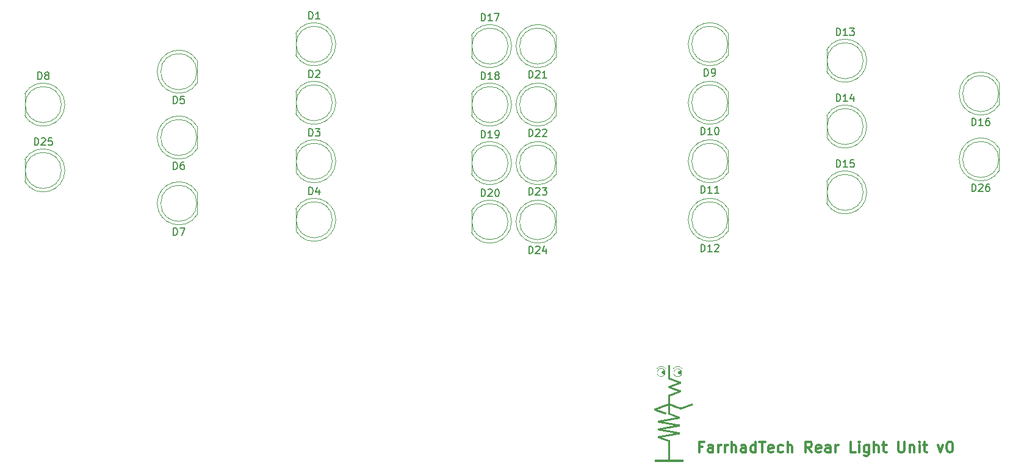
<source format=gbr>
%TF.GenerationSoftware,KiCad,Pcbnew,8.0.8*%
%TF.CreationDate,2025-03-28T10:57:28-04:00*%
%TF.ProjectId,rear_lights_unit,72656172-5f6c-4696-9768-74735f756e69,0*%
%TF.SameCoordinates,Original*%
%TF.FileFunction,Legend,Top*%
%TF.FilePolarity,Positive*%
%FSLAX46Y46*%
G04 Gerber Fmt 4.6, Leading zero omitted, Abs format (unit mm)*
G04 Created by KiCad (PCBNEW 8.0.8) date 2025-03-28 10:57:28*
%MOMM*%
%LPD*%
G01*
G04 APERTURE LIST*
%ADD10C,0.300000*%
%ADD11C,0.150000*%
%ADD12C,0.000000*%
%ADD13C,0.120000*%
G04 APERTURE END LIST*
D10*
X159804510Y-115855114D02*
X159304510Y-115855114D01*
X159304510Y-116640828D02*
X159304510Y-115140828D01*
X159304510Y-115140828D02*
X160018796Y-115140828D01*
X161233082Y-116640828D02*
X161233082Y-115855114D01*
X161233082Y-115855114D02*
X161161653Y-115712257D01*
X161161653Y-115712257D02*
X161018796Y-115640828D01*
X161018796Y-115640828D02*
X160733082Y-115640828D01*
X160733082Y-115640828D02*
X160590224Y-115712257D01*
X161233082Y-116569400D02*
X161090224Y-116640828D01*
X161090224Y-116640828D02*
X160733082Y-116640828D01*
X160733082Y-116640828D02*
X160590224Y-116569400D01*
X160590224Y-116569400D02*
X160518796Y-116426542D01*
X160518796Y-116426542D02*
X160518796Y-116283685D01*
X160518796Y-116283685D02*
X160590224Y-116140828D01*
X160590224Y-116140828D02*
X160733082Y-116069400D01*
X160733082Y-116069400D02*
X161090224Y-116069400D01*
X161090224Y-116069400D02*
X161233082Y-115997971D01*
X161947367Y-116640828D02*
X161947367Y-115640828D01*
X161947367Y-115926542D02*
X162018796Y-115783685D01*
X162018796Y-115783685D02*
X162090225Y-115712257D01*
X162090225Y-115712257D02*
X162233082Y-115640828D01*
X162233082Y-115640828D02*
X162375939Y-115640828D01*
X162875938Y-116640828D02*
X162875938Y-115640828D01*
X162875938Y-115926542D02*
X162947367Y-115783685D01*
X162947367Y-115783685D02*
X163018796Y-115712257D01*
X163018796Y-115712257D02*
X163161653Y-115640828D01*
X163161653Y-115640828D02*
X163304510Y-115640828D01*
X163804509Y-116640828D02*
X163804509Y-115140828D01*
X164447367Y-116640828D02*
X164447367Y-115855114D01*
X164447367Y-115855114D02*
X164375938Y-115712257D01*
X164375938Y-115712257D02*
X164233081Y-115640828D01*
X164233081Y-115640828D02*
X164018795Y-115640828D01*
X164018795Y-115640828D02*
X163875938Y-115712257D01*
X163875938Y-115712257D02*
X163804509Y-115783685D01*
X165804510Y-116640828D02*
X165804510Y-115855114D01*
X165804510Y-115855114D02*
X165733081Y-115712257D01*
X165733081Y-115712257D02*
X165590224Y-115640828D01*
X165590224Y-115640828D02*
X165304510Y-115640828D01*
X165304510Y-115640828D02*
X165161652Y-115712257D01*
X165804510Y-116569400D02*
X165661652Y-116640828D01*
X165661652Y-116640828D02*
X165304510Y-116640828D01*
X165304510Y-116640828D02*
X165161652Y-116569400D01*
X165161652Y-116569400D02*
X165090224Y-116426542D01*
X165090224Y-116426542D02*
X165090224Y-116283685D01*
X165090224Y-116283685D02*
X165161652Y-116140828D01*
X165161652Y-116140828D02*
X165304510Y-116069400D01*
X165304510Y-116069400D02*
X165661652Y-116069400D01*
X165661652Y-116069400D02*
X165804510Y-115997971D01*
X167161653Y-116640828D02*
X167161653Y-115140828D01*
X167161653Y-116569400D02*
X167018795Y-116640828D01*
X167018795Y-116640828D02*
X166733081Y-116640828D01*
X166733081Y-116640828D02*
X166590224Y-116569400D01*
X166590224Y-116569400D02*
X166518795Y-116497971D01*
X166518795Y-116497971D02*
X166447367Y-116355114D01*
X166447367Y-116355114D02*
X166447367Y-115926542D01*
X166447367Y-115926542D02*
X166518795Y-115783685D01*
X166518795Y-115783685D02*
X166590224Y-115712257D01*
X166590224Y-115712257D02*
X166733081Y-115640828D01*
X166733081Y-115640828D02*
X167018795Y-115640828D01*
X167018795Y-115640828D02*
X167161653Y-115712257D01*
X167661653Y-115140828D02*
X168518796Y-115140828D01*
X168090224Y-116640828D02*
X168090224Y-115140828D01*
X169590224Y-116569400D02*
X169447367Y-116640828D01*
X169447367Y-116640828D02*
X169161653Y-116640828D01*
X169161653Y-116640828D02*
X169018795Y-116569400D01*
X169018795Y-116569400D02*
X168947367Y-116426542D01*
X168947367Y-116426542D02*
X168947367Y-115855114D01*
X168947367Y-115855114D02*
X169018795Y-115712257D01*
X169018795Y-115712257D02*
X169161653Y-115640828D01*
X169161653Y-115640828D02*
X169447367Y-115640828D01*
X169447367Y-115640828D02*
X169590224Y-115712257D01*
X169590224Y-115712257D02*
X169661653Y-115855114D01*
X169661653Y-115855114D02*
X169661653Y-115997971D01*
X169661653Y-115997971D02*
X168947367Y-116140828D01*
X170947367Y-116569400D02*
X170804509Y-116640828D01*
X170804509Y-116640828D02*
X170518795Y-116640828D01*
X170518795Y-116640828D02*
X170375938Y-116569400D01*
X170375938Y-116569400D02*
X170304509Y-116497971D01*
X170304509Y-116497971D02*
X170233081Y-116355114D01*
X170233081Y-116355114D02*
X170233081Y-115926542D01*
X170233081Y-115926542D02*
X170304509Y-115783685D01*
X170304509Y-115783685D02*
X170375938Y-115712257D01*
X170375938Y-115712257D02*
X170518795Y-115640828D01*
X170518795Y-115640828D02*
X170804509Y-115640828D01*
X170804509Y-115640828D02*
X170947367Y-115712257D01*
X171590223Y-116640828D02*
X171590223Y-115140828D01*
X172233081Y-116640828D02*
X172233081Y-115855114D01*
X172233081Y-115855114D02*
X172161652Y-115712257D01*
X172161652Y-115712257D02*
X172018795Y-115640828D01*
X172018795Y-115640828D02*
X171804509Y-115640828D01*
X171804509Y-115640828D02*
X171661652Y-115712257D01*
X171661652Y-115712257D02*
X171590223Y-115783685D01*
X174947366Y-116640828D02*
X174447366Y-115926542D01*
X174090223Y-116640828D02*
X174090223Y-115140828D01*
X174090223Y-115140828D02*
X174661652Y-115140828D01*
X174661652Y-115140828D02*
X174804509Y-115212257D01*
X174804509Y-115212257D02*
X174875938Y-115283685D01*
X174875938Y-115283685D02*
X174947366Y-115426542D01*
X174947366Y-115426542D02*
X174947366Y-115640828D01*
X174947366Y-115640828D02*
X174875938Y-115783685D01*
X174875938Y-115783685D02*
X174804509Y-115855114D01*
X174804509Y-115855114D02*
X174661652Y-115926542D01*
X174661652Y-115926542D02*
X174090223Y-115926542D01*
X176161652Y-116569400D02*
X176018795Y-116640828D01*
X176018795Y-116640828D02*
X175733081Y-116640828D01*
X175733081Y-116640828D02*
X175590223Y-116569400D01*
X175590223Y-116569400D02*
X175518795Y-116426542D01*
X175518795Y-116426542D02*
X175518795Y-115855114D01*
X175518795Y-115855114D02*
X175590223Y-115712257D01*
X175590223Y-115712257D02*
X175733081Y-115640828D01*
X175733081Y-115640828D02*
X176018795Y-115640828D01*
X176018795Y-115640828D02*
X176161652Y-115712257D01*
X176161652Y-115712257D02*
X176233081Y-115855114D01*
X176233081Y-115855114D02*
X176233081Y-115997971D01*
X176233081Y-115997971D02*
X175518795Y-116140828D01*
X177518795Y-116640828D02*
X177518795Y-115855114D01*
X177518795Y-115855114D02*
X177447366Y-115712257D01*
X177447366Y-115712257D02*
X177304509Y-115640828D01*
X177304509Y-115640828D02*
X177018795Y-115640828D01*
X177018795Y-115640828D02*
X176875937Y-115712257D01*
X177518795Y-116569400D02*
X177375937Y-116640828D01*
X177375937Y-116640828D02*
X177018795Y-116640828D01*
X177018795Y-116640828D02*
X176875937Y-116569400D01*
X176875937Y-116569400D02*
X176804509Y-116426542D01*
X176804509Y-116426542D02*
X176804509Y-116283685D01*
X176804509Y-116283685D02*
X176875937Y-116140828D01*
X176875937Y-116140828D02*
X177018795Y-116069400D01*
X177018795Y-116069400D02*
X177375937Y-116069400D01*
X177375937Y-116069400D02*
X177518795Y-115997971D01*
X178233080Y-116640828D02*
X178233080Y-115640828D01*
X178233080Y-115926542D02*
X178304509Y-115783685D01*
X178304509Y-115783685D02*
X178375938Y-115712257D01*
X178375938Y-115712257D02*
X178518795Y-115640828D01*
X178518795Y-115640828D02*
X178661652Y-115640828D01*
X181018794Y-116640828D02*
X180304508Y-116640828D01*
X180304508Y-116640828D02*
X180304508Y-115140828D01*
X181518794Y-116640828D02*
X181518794Y-115640828D01*
X181518794Y-115140828D02*
X181447366Y-115212257D01*
X181447366Y-115212257D02*
X181518794Y-115283685D01*
X181518794Y-115283685D02*
X181590223Y-115212257D01*
X181590223Y-115212257D02*
X181518794Y-115140828D01*
X181518794Y-115140828D02*
X181518794Y-115283685D01*
X182875938Y-115640828D02*
X182875938Y-116855114D01*
X182875938Y-116855114D02*
X182804509Y-116997971D01*
X182804509Y-116997971D02*
X182733080Y-117069400D01*
X182733080Y-117069400D02*
X182590223Y-117140828D01*
X182590223Y-117140828D02*
X182375938Y-117140828D01*
X182375938Y-117140828D02*
X182233080Y-117069400D01*
X182875938Y-116569400D02*
X182733080Y-116640828D01*
X182733080Y-116640828D02*
X182447366Y-116640828D01*
X182447366Y-116640828D02*
X182304509Y-116569400D01*
X182304509Y-116569400D02*
X182233080Y-116497971D01*
X182233080Y-116497971D02*
X182161652Y-116355114D01*
X182161652Y-116355114D02*
X182161652Y-115926542D01*
X182161652Y-115926542D02*
X182233080Y-115783685D01*
X182233080Y-115783685D02*
X182304509Y-115712257D01*
X182304509Y-115712257D02*
X182447366Y-115640828D01*
X182447366Y-115640828D02*
X182733080Y-115640828D01*
X182733080Y-115640828D02*
X182875938Y-115712257D01*
X183590223Y-116640828D02*
X183590223Y-115140828D01*
X184233081Y-116640828D02*
X184233081Y-115855114D01*
X184233081Y-115855114D02*
X184161652Y-115712257D01*
X184161652Y-115712257D02*
X184018795Y-115640828D01*
X184018795Y-115640828D02*
X183804509Y-115640828D01*
X183804509Y-115640828D02*
X183661652Y-115712257D01*
X183661652Y-115712257D02*
X183590223Y-115783685D01*
X184733081Y-115640828D02*
X185304509Y-115640828D01*
X184947366Y-115140828D02*
X184947366Y-116426542D01*
X184947366Y-116426542D02*
X185018795Y-116569400D01*
X185018795Y-116569400D02*
X185161652Y-116640828D01*
X185161652Y-116640828D02*
X185304509Y-116640828D01*
X186947366Y-115140828D02*
X186947366Y-116355114D01*
X186947366Y-116355114D02*
X187018795Y-116497971D01*
X187018795Y-116497971D02*
X187090224Y-116569400D01*
X187090224Y-116569400D02*
X187233081Y-116640828D01*
X187233081Y-116640828D02*
X187518795Y-116640828D01*
X187518795Y-116640828D02*
X187661652Y-116569400D01*
X187661652Y-116569400D02*
X187733081Y-116497971D01*
X187733081Y-116497971D02*
X187804509Y-116355114D01*
X187804509Y-116355114D02*
X187804509Y-115140828D01*
X188518795Y-115640828D02*
X188518795Y-116640828D01*
X188518795Y-115783685D02*
X188590224Y-115712257D01*
X188590224Y-115712257D02*
X188733081Y-115640828D01*
X188733081Y-115640828D02*
X188947367Y-115640828D01*
X188947367Y-115640828D02*
X189090224Y-115712257D01*
X189090224Y-115712257D02*
X189161653Y-115855114D01*
X189161653Y-115855114D02*
X189161653Y-116640828D01*
X189875938Y-116640828D02*
X189875938Y-115640828D01*
X189875938Y-115140828D02*
X189804510Y-115212257D01*
X189804510Y-115212257D02*
X189875938Y-115283685D01*
X189875938Y-115283685D02*
X189947367Y-115212257D01*
X189947367Y-115212257D02*
X189875938Y-115140828D01*
X189875938Y-115140828D02*
X189875938Y-115283685D01*
X190375939Y-115640828D02*
X190947367Y-115640828D01*
X190590224Y-115140828D02*
X190590224Y-116426542D01*
X190590224Y-116426542D02*
X190661653Y-116569400D01*
X190661653Y-116569400D02*
X190804510Y-116640828D01*
X190804510Y-116640828D02*
X190947367Y-116640828D01*
X192447367Y-115640828D02*
X192804510Y-116640828D01*
X192804510Y-116640828D02*
X193161653Y-115640828D01*
X194018796Y-115140828D02*
X194161653Y-115140828D01*
X194161653Y-115140828D02*
X194304510Y-115212257D01*
X194304510Y-115212257D02*
X194375939Y-115283685D01*
X194375939Y-115283685D02*
X194447367Y-115426542D01*
X194447367Y-115426542D02*
X194518796Y-115712257D01*
X194518796Y-115712257D02*
X194518796Y-116069400D01*
X194518796Y-116069400D02*
X194447367Y-116355114D01*
X194447367Y-116355114D02*
X194375939Y-116497971D01*
X194375939Y-116497971D02*
X194304510Y-116569400D01*
X194304510Y-116569400D02*
X194161653Y-116640828D01*
X194161653Y-116640828D02*
X194018796Y-116640828D01*
X194018796Y-116640828D02*
X193875939Y-116569400D01*
X193875939Y-116569400D02*
X193804510Y-116497971D01*
X193804510Y-116497971D02*
X193733081Y-116355114D01*
X193733081Y-116355114D02*
X193661653Y-116069400D01*
X193661653Y-116069400D02*
X193661653Y-115712257D01*
X193661653Y-115712257D02*
X193733081Y-115426542D01*
X193733081Y-115426542D02*
X193804510Y-115283685D01*
X193804510Y-115283685D02*
X193875939Y-115212257D01*
X193875939Y-115212257D02*
X194018796Y-115140828D01*
D11*
X105169905Y-56438819D02*
X105169905Y-55438819D01*
X105169905Y-55438819D02*
X105408000Y-55438819D01*
X105408000Y-55438819D02*
X105550857Y-55486438D01*
X105550857Y-55486438D02*
X105646095Y-55581676D01*
X105646095Y-55581676D02*
X105693714Y-55676914D01*
X105693714Y-55676914D02*
X105741333Y-55867390D01*
X105741333Y-55867390D02*
X105741333Y-56010247D01*
X105741333Y-56010247D02*
X105693714Y-56200723D01*
X105693714Y-56200723D02*
X105646095Y-56295961D01*
X105646095Y-56295961D02*
X105550857Y-56391200D01*
X105550857Y-56391200D02*
X105408000Y-56438819D01*
X105408000Y-56438819D02*
X105169905Y-56438819D01*
X106693714Y-56438819D02*
X106122286Y-56438819D01*
X106408000Y-56438819D02*
X106408000Y-55438819D01*
X106408000Y-55438819D02*
X106312762Y-55581676D01*
X106312762Y-55581676D02*
X106217524Y-55676914D01*
X106217524Y-55676914D02*
X106122286Y-55724533D01*
X159567714Y-80614819D02*
X159567714Y-79614819D01*
X159567714Y-79614819D02*
X159805809Y-79614819D01*
X159805809Y-79614819D02*
X159948666Y-79662438D01*
X159948666Y-79662438D02*
X160043904Y-79757676D01*
X160043904Y-79757676D02*
X160091523Y-79852914D01*
X160091523Y-79852914D02*
X160139142Y-80043390D01*
X160139142Y-80043390D02*
X160139142Y-80186247D01*
X160139142Y-80186247D02*
X160091523Y-80376723D01*
X160091523Y-80376723D02*
X160043904Y-80471961D01*
X160043904Y-80471961D02*
X159948666Y-80567200D01*
X159948666Y-80567200D02*
X159805809Y-80614819D01*
X159805809Y-80614819D02*
X159567714Y-80614819D01*
X161091523Y-80614819D02*
X160520095Y-80614819D01*
X160805809Y-80614819D02*
X160805809Y-79614819D01*
X160805809Y-79614819D02*
X160710571Y-79757676D01*
X160710571Y-79757676D02*
X160615333Y-79852914D01*
X160615333Y-79852914D02*
X160520095Y-79900533D01*
X162043904Y-80614819D02*
X161472476Y-80614819D01*
X161758190Y-80614819D02*
X161758190Y-79614819D01*
X161758190Y-79614819D02*
X161662952Y-79757676D01*
X161662952Y-79757676D02*
X161567714Y-79852914D01*
X161567714Y-79852914D02*
X161472476Y-79900533D01*
X135686714Y-80868819D02*
X135686714Y-79868819D01*
X135686714Y-79868819D02*
X135924809Y-79868819D01*
X135924809Y-79868819D02*
X136067666Y-79916438D01*
X136067666Y-79916438D02*
X136162904Y-80011676D01*
X136162904Y-80011676D02*
X136210523Y-80106914D01*
X136210523Y-80106914D02*
X136258142Y-80297390D01*
X136258142Y-80297390D02*
X136258142Y-80440247D01*
X136258142Y-80440247D02*
X136210523Y-80630723D01*
X136210523Y-80630723D02*
X136162904Y-80725961D01*
X136162904Y-80725961D02*
X136067666Y-80821200D01*
X136067666Y-80821200D02*
X135924809Y-80868819D01*
X135924809Y-80868819D02*
X135686714Y-80868819D01*
X136639095Y-79964057D02*
X136686714Y-79916438D01*
X136686714Y-79916438D02*
X136781952Y-79868819D01*
X136781952Y-79868819D02*
X137020047Y-79868819D01*
X137020047Y-79868819D02*
X137115285Y-79916438D01*
X137115285Y-79916438D02*
X137162904Y-79964057D01*
X137162904Y-79964057D02*
X137210523Y-80059295D01*
X137210523Y-80059295D02*
X137210523Y-80154533D01*
X137210523Y-80154533D02*
X137162904Y-80297390D01*
X137162904Y-80297390D02*
X136591476Y-80868819D01*
X136591476Y-80868819D02*
X137210523Y-80868819D01*
X137543857Y-79868819D02*
X138162904Y-79868819D01*
X138162904Y-79868819D02*
X137829571Y-80249771D01*
X137829571Y-80249771D02*
X137972428Y-80249771D01*
X137972428Y-80249771D02*
X138067666Y-80297390D01*
X138067666Y-80297390D02*
X138115285Y-80345009D01*
X138115285Y-80345009D02*
X138162904Y-80440247D01*
X138162904Y-80440247D02*
X138162904Y-80678342D01*
X138162904Y-80678342D02*
X138115285Y-80773580D01*
X138115285Y-80773580D02*
X138067666Y-80821200D01*
X138067666Y-80821200D02*
X137972428Y-80868819D01*
X137972428Y-80868819D02*
X137686714Y-80868819D01*
X137686714Y-80868819D02*
X137591476Y-80821200D01*
X137591476Y-80821200D02*
X137543857Y-80773580D01*
X160043905Y-64358819D02*
X160043905Y-63358819D01*
X160043905Y-63358819D02*
X160282000Y-63358819D01*
X160282000Y-63358819D02*
X160424857Y-63406438D01*
X160424857Y-63406438D02*
X160520095Y-63501676D01*
X160520095Y-63501676D02*
X160567714Y-63596914D01*
X160567714Y-63596914D02*
X160615333Y-63787390D01*
X160615333Y-63787390D02*
X160615333Y-63930247D01*
X160615333Y-63930247D02*
X160567714Y-64120723D01*
X160567714Y-64120723D02*
X160520095Y-64215961D01*
X160520095Y-64215961D02*
X160424857Y-64311200D01*
X160424857Y-64311200D02*
X160282000Y-64358819D01*
X160282000Y-64358819D02*
X160043905Y-64358819D01*
X161091524Y-64358819D02*
X161282000Y-64358819D01*
X161282000Y-64358819D02*
X161377238Y-64311200D01*
X161377238Y-64311200D02*
X161424857Y-64263580D01*
X161424857Y-64263580D02*
X161520095Y-64120723D01*
X161520095Y-64120723D02*
X161567714Y-63930247D01*
X161567714Y-63930247D02*
X161567714Y-63549295D01*
X161567714Y-63549295D02*
X161520095Y-63454057D01*
X161520095Y-63454057D02*
X161472476Y-63406438D01*
X161472476Y-63406438D02*
X161377238Y-63358819D01*
X161377238Y-63358819D02*
X161186762Y-63358819D01*
X161186762Y-63358819D02*
X161091524Y-63406438D01*
X161091524Y-63406438D02*
X161043905Y-63454057D01*
X161043905Y-63454057D02*
X160996286Y-63549295D01*
X160996286Y-63549295D02*
X160996286Y-63787390D01*
X160996286Y-63787390D02*
X161043905Y-63882628D01*
X161043905Y-63882628D02*
X161091524Y-63930247D01*
X161091524Y-63930247D02*
X161186762Y-63977866D01*
X161186762Y-63977866D02*
X161377238Y-63977866D01*
X161377238Y-63977866D02*
X161472476Y-63930247D01*
X161472476Y-63930247D02*
X161520095Y-63882628D01*
X161520095Y-63882628D02*
X161567714Y-63787390D01*
X105174905Y-80822819D02*
X105174905Y-79822819D01*
X105174905Y-79822819D02*
X105413000Y-79822819D01*
X105413000Y-79822819D02*
X105555857Y-79870438D01*
X105555857Y-79870438D02*
X105651095Y-79965676D01*
X105651095Y-79965676D02*
X105698714Y-80060914D01*
X105698714Y-80060914D02*
X105746333Y-80251390D01*
X105746333Y-80251390D02*
X105746333Y-80394247D01*
X105746333Y-80394247D02*
X105698714Y-80584723D01*
X105698714Y-80584723D02*
X105651095Y-80679961D01*
X105651095Y-80679961D02*
X105555857Y-80775200D01*
X105555857Y-80775200D02*
X105413000Y-80822819D01*
X105413000Y-80822819D02*
X105174905Y-80822819D01*
X106603476Y-80156152D02*
X106603476Y-80822819D01*
X106365381Y-79775200D02*
X106127286Y-80489485D01*
X106127286Y-80489485D02*
X106746333Y-80489485D01*
X129077714Y-64820819D02*
X129077714Y-63820819D01*
X129077714Y-63820819D02*
X129315809Y-63820819D01*
X129315809Y-63820819D02*
X129458666Y-63868438D01*
X129458666Y-63868438D02*
X129553904Y-63963676D01*
X129553904Y-63963676D02*
X129601523Y-64058914D01*
X129601523Y-64058914D02*
X129649142Y-64249390D01*
X129649142Y-64249390D02*
X129649142Y-64392247D01*
X129649142Y-64392247D02*
X129601523Y-64582723D01*
X129601523Y-64582723D02*
X129553904Y-64677961D01*
X129553904Y-64677961D02*
X129458666Y-64773200D01*
X129458666Y-64773200D02*
X129315809Y-64820819D01*
X129315809Y-64820819D02*
X129077714Y-64820819D01*
X130601523Y-64820819D02*
X130030095Y-64820819D01*
X130315809Y-64820819D02*
X130315809Y-63820819D01*
X130315809Y-63820819D02*
X130220571Y-63963676D01*
X130220571Y-63963676D02*
X130125333Y-64058914D01*
X130125333Y-64058914D02*
X130030095Y-64106533D01*
X131172952Y-64249390D02*
X131077714Y-64201771D01*
X131077714Y-64201771D02*
X131030095Y-64154152D01*
X131030095Y-64154152D02*
X130982476Y-64058914D01*
X130982476Y-64058914D02*
X130982476Y-64011295D01*
X130982476Y-64011295D02*
X131030095Y-63916057D01*
X131030095Y-63916057D02*
X131077714Y-63868438D01*
X131077714Y-63868438D02*
X131172952Y-63820819D01*
X131172952Y-63820819D02*
X131363428Y-63820819D01*
X131363428Y-63820819D02*
X131458666Y-63868438D01*
X131458666Y-63868438D02*
X131506285Y-63916057D01*
X131506285Y-63916057D02*
X131553904Y-64011295D01*
X131553904Y-64011295D02*
X131553904Y-64058914D01*
X131553904Y-64058914D02*
X131506285Y-64154152D01*
X131506285Y-64154152D02*
X131458666Y-64201771D01*
X131458666Y-64201771D02*
X131363428Y-64249390D01*
X131363428Y-64249390D02*
X131172952Y-64249390D01*
X131172952Y-64249390D02*
X131077714Y-64297009D01*
X131077714Y-64297009D02*
X131030095Y-64344628D01*
X131030095Y-64344628D02*
X130982476Y-64439866D01*
X130982476Y-64439866D02*
X130982476Y-64630342D01*
X130982476Y-64630342D02*
X131030095Y-64725580D01*
X131030095Y-64725580D02*
X131077714Y-64773200D01*
X131077714Y-64773200D02*
X131172952Y-64820819D01*
X131172952Y-64820819D02*
X131363428Y-64820819D01*
X131363428Y-64820819D02*
X131458666Y-64773200D01*
X131458666Y-64773200D02*
X131506285Y-64725580D01*
X131506285Y-64725580D02*
X131553904Y-64630342D01*
X131553904Y-64630342D02*
X131553904Y-64439866D01*
X131553904Y-64439866D02*
X131506285Y-64344628D01*
X131506285Y-64344628D02*
X131458666Y-64297009D01*
X131458666Y-64297009D02*
X131363428Y-64249390D01*
X67101714Y-73964819D02*
X67101714Y-72964819D01*
X67101714Y-72964819D02*
X67339809Y-72964819D01*
X67339809Y-72964819D02*
X67482666Y-73012438D01*
X67482666Y-73012438D02*
X67577904Y-73107676D01*
X67577904Y-73107676D02*
X67625523Y-73202914D01*
X67625523Y-73202914D02*
X67673142Y-73393390D01*
X67673142Y-73393390D02*
X67673142Y-73536247D01*
X67673142Y-73536247D02*
X67625523Y-73726723D01*
X67625523Y-73726723D02*
X67577904Y-73821961D01*
X67577904Y-73821961D02*
X67482666Y-73917200D01*
X67482666Y-73917200D02*
X67339809Y-73964819D01*
X67339809Y-73964819D02*
X67101714Y-73964819D01*
X68054095Y-73060057D02*
X68101714Y-73012438D01*
X68101714Y-73012438D02*
X68196952Y-72964819D01*
X68196952Y-72964819D02*
X68435047Y-72964819D01*
X68435047Y-72964819D02*
X68530285Y-73012438D01*
X68530285Y-73012438D02*
X68577904Y-73060057D01*
X68577904Y-73060057D02*
X68625523Y-73155295D01*
X68625523Y-73155295D02*
X68625523Y-73250533D01*
X68625523Y-73250533D02*
X68577904Y-73393390D01*
X68577904Y-73393390D02*
X68006476Y-73964819D01*
X68006476Y-73964819D02*
X68625523Y-73964819D01*
X69530285Y-72964819D02*
X69054095Y-72964819D01*
X69054095Y-72964819D02*
X69006476Y-73441009D01*
X69006476Y-73441009D02*
X69054095Y-73393390D01*
X69054095Y-73393390D02*
X69149333Y-73345771D01*
X69149333Y-73345771D02*
X69387428Y-73345771D01*
X69387428Y-73345771D02*
X69482666Y-73393390D01*
X69482666Y-73393390D02*
X69530285Y-73441009D01*
X69530285Y-73441009D02*
X69577904Y-73536247D01*
X69577904Y-73536247D02*
X69577904Y-73774342D01*
X69577904Y-73774342D02*
X69530285Y-73869580D01*
X69530285Y-73869580D02*
X69482666Y-73917200D01*
X69482666Y-73917200D02*
X69387428Y-73964819D01*
X69387428Y-73964819D02*
X69149333Y-73964819D01*
X69149333Y-73964819D02*
X69054095Y-73917200D01*
X69054095Y-73917200D02*
X69006476Y-73869580D01*
X178358714Y-67868819D02*
X178358714Y-66868819D01*
X178358714Y-66868819D02*
X178596809Y-66868819D01*
X178596809Y-66868819D02*
X178739666Y-66916438D01*
X178739666Y-66916438D02*
X178834904Y-67011676D01*
X178834904Y-67011676D02*
X178882523Y-67106914D01*
X178882523Y-67106914D02*
X178930142Y-67297390D01*
X178930142Y-67297390D02*
X178930142Y-67440247D01*
X178930142Y-67440247D02*
X178882523Y-67630723D01*
X178882523Y-67630723D02*
X178834904Y-67725961D01*
X178834904Y-67725961D02*
X178739666Y-67821200D01*
X178739666Y-67821200D02*
X178596809Y-67868819D01*
X178596809Y-67868819D02*
X178358714Y-67868819D01*
X179882523Y-67868819D02*
X179311095Y-67868819D01*
X179596809Y-67868819D02*
X179596809Y-66868819D01*
X179596809Y-66868819D02*
X179501571Y-67011676D01*
X179501571Y-67011676D02*
X179406333Y-67106914D01*
X179406333Y-67106914D02*
X179311095Y-67154533D01*
X180739666Y-67202152D02*
X180739666Y-67868819D01*
X180501571Y-66821200D02*
X180263476Y-67535485D01*
X180263476Y-67535485D02*
X180882523Y-67535485D01*
X159567714Y-88742819D02*
X159567714Y-87742819D01*
X159567714Y-87742819D02*
X159805809Y-87742819D01*
X159805809Y-87742819D02*
X159948666Y-87790438D01*
X159948666Y-87790438D02*
X160043904Y-87885676D01*
X160043904Y-87885676D02*
X160091523Y-87980914D01*
X160091523Y-87980914D02*
X160139142Y-88171390D01*
X160139142Y-88171390D02*
X160139142Y-88314247D01*
X160139142Y-88314247D02*
X160091523Y-88504723D01*
X160091523Y-88504723D02*
X160043904Y-88599961D01*
X160043904Y-88599961D02*
X159948666Y-88695200D01*
X159948666Y-88695200D02*
X159805809Y-88742819D01*
X159805809Y-88742819D02*
X159567714Y-88742819D01*
X161091523Y-88742819D02*
X160520095Y-88742819D01*
X160805809Y-88742819D02*
X160805809Y-87742819D01*
X160805809Y-87742819D02*
X160710571Y-87885676D01*
X160710571Y-87885676D02*
X160615333Y-87980914D01*
X160615333Y-87980914D02*
X160520095Y-88028533D01*
X161472476Y-87838057D02*
X161520095Y-87790438D01*
X161520095Y-87790438D02*
X161615333Y-87742819D01*
X161615333Y-87742819D02*
X161853428Y-87742819D01*
X161853428Y-87742819D02*
X161948666Y-87790438D01*
X161948666Y-87790438D02*
X161996285Y-87838057D01*
X161996285Y-87838057D02*
X162043904Y-87933295D01*
X162043904Y-87933295D02*
X162043904Y-88028533D01*
X162043904Y-88028533D02*
X161996285Y-88171390D01*
X161996285Y-88171390D02*
X161424857Y-88742819D01*
X161424857Y-88742819D02*
X162043904Y-88742819D01*
X135686714Y-88996819D02*
X135686714Y-87996819D01*
X135686714Y-87996819D02*
X135924809Y-87996819D01*
X135924809Y-87996819D02*
X136067666Y-88044438D01*
X136067666Y-88044438D02*
X136162904Y-88139676D01*
X136162904Y-88139676D02*
X136210523Y-88234914D01*
X136210523Y-88234914D02*
X136258142Y-88425390D01*
X136258142Y-88425390D02*
X136258142Y-88568247D01*
X136258142Y-88568247D02*
X136210523Y-88758723D01*
X136210523Y-88758723D02*
X136162904Y-88853961D01*
X136162904Y-88853961D02*
X136067666Y-88949200D01*
X136067666Y-88949200D02*
X135924809Y-88996819D01*
X135924809Y-88996819D02*
X135686714Y-88996819D01*
X136639095Y-88092057D02*
X136686714Y-88044438D01*
X136686714Y-88044438D02*
X136781952Y-87996819D01*
X136781952Y-87996819D02*
X137020047Y-87996819D01*
X137020047Y-87996819D02*
X137115285Y-88044438D01*
X137115285Y-88044438D02*
X137162904Y-88092057D01*
X137162904Y-88092057D02*
X137210523Y-88187295D01*
X137210523Y-88187295D02*
X137210523Y-88282533D01*
X137210523Y-88282533D02*
X137162904Y-88425390D01*
X137162904Y-88425390D02*
X136591476Y-88996819D01*
X136591476Y-88996819D02*
X137210523Y-88996819D01*
X138067666Y-88330152D02*
X138067666Y-88996819D01*
X137829571Y-87949200D02*
X137591476Y-88663485D01*
X137591476Y-88663485D02*
X138210523Y-88663485D01*
X129072714Y-81076819D02*
X129072714Y-80076819D01*
X129072714Y-80076819D02*
X129310809Y-80076819D01*
X129310809Y-80076819D02*
X129453666Y-80124438D01*
X129453666Y-80124438D02*
X129548904Y-80219676D01*
X129548904Y-80219676D02*
X129596523Y-80314914D01*
X129596523Y-80314914D02*
X129644142Y-80505390D01*
X129644142Y-80505390D02*
X129644142Y-80648247D01*
X129644142Y-80648247D02*
X129596523Y-80838723D01*
X129596523Y-80838723D02*
X129548904Y-80933961D01*
X129548904Y-80933961D02*
X129453666Y-81029200D01*
X129453666Y-81029200D02*
X129310809Y-81076819D01*
X129310809Y-81076819D02*
X129072714Y-81076819D01*
X130025095Y-80172057D02*
X130072714Y-80124438D01*
X130072714Y-80124438D02*
X130167952Y-80076819D01*
X130167952Y-80076819D02*
X130406047Y-80076819D01*
X130406047Y-80076819D02*
X130501285Y-80124438D01*
X130501285Y-80124438D02*
X130548904Y-80172057D01*
X130548904Y-80172057D02*
X130596523Y-80267295D01*
X130596523Y-80267295D02*
X130596523Y-80362533D01*
X130596523Y-80362533D02*
X130548904Y-80505390D01*
X130548904Y-80505390D02*
X129977476Y-81076819D01*
X129977476Y-81076819D02*
X130596523Y-81076819D01*
X131215571Y-80076819D02*
X131310809Y-80076819D01*
X131310809Y-80076819D02*
X131406047Y-80124438D01*
X131406047Y-80124438D02*
X131453666Y-80172057D01*
X131453666Y-80172057D02*
X131501285Y-80267295D01*
X131501285Y-80267295D02*
X131548904Y-80457771D01*
X131548904Y-80457771D02*
X131548904Y-80695866D01*
X131548904Y-80695866D02*
X131501285Y-80886342D01*
X131501285Y-80886342D02*
X131453666Y-80981580D01*
X131453666Y-80981580D02*
X131406047Y-81029200D01*
X131406047Y-81029200D02*
X131310809Y-81076819D01*
X131310809Y-81076819D02*
X131215571Y-81076819D01*
X131215571Y-81076819D02*
X131120333Y-81029200D01*
X131120333Y-81029200D02*
X131072714Y-80981580D01*
X131072714Y-80981580D02*
X131025095Y-80886342D01*
X131025095Y-80886342D02*
X130977476Y-80695866D01*
X130977476Y-80695866D02*
X130977476Y-80457771D01*
X130977476Y-80457771D02*
X131025095Y-80267295D01*
X131025095Y-80267295D02*
X131072714Y-80172057D01*
X131072714Y-80172057D02*
X131120333Y-80124438D01*
X131120333Y-80124438D02*
X131215571Y-80076819D01*
X86378905Y-86456819D02*
X86378905Y-85456819D01*
X86378905Y-85456819D02*
X86617000Y-85456819D01*
X86617000Y-85456819D02*
X86759857Y-85504438D01*
X86759857Y-85504438D02*
X86855095Y-85599676D01*
X86855095Y-85599676D02*
X86902714Y-85694914D01*
X86902714Y-85694914D02*
X86950333Y-85885390D01*
X86950333Y-85885390D02*
X86950333Y-86028247D01*
X86950333Y-86028247D02*
X86902714Y-86218723D01*
X86902714Y-86218723D02*
X86855095Y-86313961D01*
X86855095Y-86313961D02*
X86759857Y-86409200D01*
X86759857Y-86409200D02*
X86617000Y-86456819D01*
X86617000Y-86456819D02*
X86378905Y-86456819D01*
X87283667Y-85456819D02*
X87950333Y-85456819D01*
X87950333Y-85456819D02*
X87521762Y-86456819D01*
X86378905Y-77312819D02*
X86378905Y-76312819D01*
X86378905Y-76312819D02*
X86617000Y-76312819D01*
X86617000Y-76312819D02*
X86759857Y-76360438D01*
X86759857Y-76360438D02*
X86855095Y-76455676D01*
X86855095Y-76455676D02*
X86902714Y-76550914D01*
X86902714Y-76550914D02*
X86950333Y-76741390D01*
X86950333Y-76741390D02*
X86950333Y-76884247D01*
X86950333Y-76884247D02*
X86902714Y-77074723D01*
X86902714Y-77074723D02*
X86855095Y-77169961D01*
X86855095Y-77169961D02*
X86759857Y-77265200D01*
X86759857Y-77265200D02*
X86617000Y-77312819D01*
X86617000Y-77312819D02*
X86378905Y-77312819D01*
X87807476Y-76312819D02*
X87617000Y-76312819D01*
X87617000Y-76312819D02*
X87521762Y-76360438D01*
X87521762Y-76360438D02*
X87474143Y-76408057D01*
X87474143Y-76408057D02*
X87378905Y-76550914D01*
X87378905Y-76550914D02*
X87331286Y-76741390D01*
X87331286Y-76741390D02*
X87331286Y-77122342D01*
X87331286Y-77122342D02*
X87378905Y-77217580D01*
X87378905Y-77217580D02*
X87426524Y-77265200D01*
X87426524Y-77265200D02*
X87521762Y-77312819D01*
X87521762Y-77312819D02*
X87712238Y-77312819D01*
X87712238Y-77312819D02*
X87807476Y-77265200D01*
X87807476Y-77265200D02*
X87855095Y-77217580D01*
X87855095Y-77217580D02*
X87902714Y-77122342D01*
X87902714Y-77122342D02*
X87902714Y-76884247D01*
X87902714Y-76884247D02*
X87855095Y-76789009D01*
X87855095Y-76789009D02*
X87807476Y-76741390D01*
X87807476Y-76741390D02*
X87712238Y-76693771D01*
X87712238Y-76693771D02*
X87521762Y-76693771D01*
X87521762Y-76693771D02*
X87426524Y-76741390D01*
X87426524Y-76741390D02*
X87378905Y-76789009D01*
X87378905Y-76789009D02*
X87331286Y-76884247D01*
X129077714Y-56692819D02*
X129077714Y-55692819D01*
X129077714Y-55692819D02*
X129315809Y-55692819D01*
X129315809Y-55692819D02*
X129458666Y-55740438D01*
X129458666Y-55740438D02*
X129553904Y-55835676D01*
X129553904Y-55835676D02*
X129601523Y-55930914D01*
X129601523Y-55930914D02*
X129649142Y-56121390D01*
X129649142Y-56121390D02*
X129649142Y-56264247D01*
X129649142Y-56264247D02*
X129601523Y-56454723D01*
X129601523Y-56454723D02*
X129553904Y-56549961D01*
X129553904Y-56549961D02*
X129458666Y-56645200D01*
X129458666Y-56645200D02*
X129315809Y-56692819D01*
X129315809Y-56692819D02*
X129077714Y-56692819D01*
X130601523Y-56692819D02*
X130030095Y-56692819D01*
X130315809Y-56692819D02*
X130315809Y-55692819D01*
X130315809Y-55692819D02*
X130220571Y-55835676D01*
X130220571Y-55835676D02*
X130125333Y-55930914D01*
X130125333Y-55930914D02*
X130030095Y-55978533D01*
X130934857Y-55692819D02*
X131601523Y-55692819D01*
X131601523Y-55692819D02*
X131172952Y-56692819D01*
X135686714Y-64612819D02*
X135686714Y-63612819D01*
X135686714Y-63612819D02*
X135924809Y-63612819D01*
X135924809Y-63612819D02*
X136067666Y-63660438D01*
X136067666Y-63660438D02*
X136162904Y-63755676D01*
X136162904Y-63755676D02*
X136210523Y-63850914D01*
X136210523Y-63850914D02*
X136258142Y-64041390D01*
X136258142Y-64041390D02*
X136258142Y-64184247D01*
X136258142Y-64184247D02*
X136210523Y-64374723D01*
X136210523Y-64374723D02*
X136162904Y-64469961D01*
X136162904Y-64469961D02*
X136067666Y-64565200D01*
X136067666Y-64565200D02*
X135924809Y-64612819D01*
X135924809Y-64612819D02*
X135686714Y-64612819D01*
X136639095Y-63708057D02*
X136686714Y-63660438D01*
X136686714Y-63660438D02*
X136781952Y-63612819D01*
X136781952Y-63612819D02*
X137020047Y-63612819D01*
X137020047Y-63612819D02*
X137115285Y-63660438D01*
X137115285Y-63660438D02*
X137162904Y-63708057D01*
X137162904Y-63708057D02*
X137210523Y-63803295D01*
X137210523Y-63803295D02*
X137210523Y-63898533D01*
X137210523Y-63898533D02*
X137162904Y-64041390D01*
X137162904Y-64041390D02*
X136591476Y-64612819D01*
X136591476Y-64612819D02*
X137210523Y-64612819D01*
X138162904Y-64612819D02*
X137591476Y-64612819D01*
X137877190Y-64612819D02*
X137877190Y-63612819D01*
X137877190Y-63612819D02*
X137781952Y-63755676D01*
X137781952Y-63755676D02*
X137686714Y-63850914D01*
X137686714Y-63850914D02*
X137591476Y-63898533D01*
X178353714Y-58724819D02*
X178353714Y-57724819D01*
X178353714Y-57724819D02*
X178591809Y-57724819D01*
X178591809Y-57724819D02*
X178734666Y-57772438D01*
X178734666Y-57772438D02*
X178829904Y-57867676D01*
X178829904Y-57867676D02*
X178877523Y-57962914D01*
X178877523Y-57962914D02*
X178925142Y-58153390D01*
X178925142Y-58153390D02*
X178925142Y-58296247D01*
X178925142Y-58296247D02*
X178877523Y-58486723D01*
X178877523Y-58486723D02*
X178829904Y-58581961D01*
X178829904Y-58581961D02*
X178734666Y-58677200D01*
X178734666Y-58677200D02*
X178591809Y-58724819D01*
X178591809Y-58724819D02*
X178353714Y-58724819D01*
X179877523Y-58724819D02*
X179306095Y-58724819D01*
X179591809Y-58724819D02*
X179591809Y-57724819D01*
X179591809Y-57724819D02*
X179496571Y-57867676D01*
X179496571Y-57867676D02*
X179401333Y-57962914D01*
X179401333Y-57962914D02*
X179306095Y-58010533D01*
X180210857Y-57724819D02*
X180829904Y-57724819D01*
X180829904Y-57724819D02*
X180496571Y-58105771D01*
X180496571Y-58105771D02*
X180639428Y-58105771D01*
X180639428Y-58105771D02*
X180734666Y-58153390D01*
X180734666Y-58153390D02*
X180782285Y-58201009D01*
X180782285Y-58201009D02*
X180829904Y-58296247D01*
X180829904Y-58296247D02*
X180829904Y-58534342D01*
X180829904Y-58534342D02*
X180782285Y-58629580D01*
X180782285Y-58629580D02*
X180734666Y-58677200D01*
X180734666Y-58677200D02*
X180639428Y-58724819D01*
X180639428Y-58724819D02*
X180353714Y-58724819D01*
X180353714Y-58724819D02*
X180258476Y-58677200D01*
X180258476Y-58677200D02*
X180210857Y-58629580D01*
X135686714Y-72740819D02*
X135686714Y-71740819D01*
X135686714Y-71740819D02*
X135924809Y-71740819D01*
X135924809Y-71740819D02*
X136067666Y-71788438D01*
X136067666Y-71788438D02*
X136162904Y-71883676D01*
X136162904Y-71883676D02*
X136210523Y-71978914D01*
X136210523Y-71978914D02*
X136258142Y-72169390D01*
X136258142Y-72169390D02*
X136258142Y-72312247D01*
X136258142Y-72312247D02*
X136210523Y-72502723D01*
X136210523Y-72502723D02*
X136162904Y-72597961D01*
X136162904Y-72597961D02*
X136067666Y-72693200D01*
X136067666Y-72693200D02*
X135924809Y-72740819D01*
X135924809Y-72740819D02*
X135686714Y-72740819D01*
X136639095Y-71836057D02*
X136686714Y-71788438D01*
X136686714Y-71788438D02*
X136781952Y-71740819D01*
X136781952Y-71740819D02*
X137020047Y-71740819D01*
X137020047Y-71740819D02*
X137115285Y-71788438D01*
X137115285Y-71788438D02*
X137162904Y-71836057D01*
X137162904Y-71836057D02*
X137210523Y-71931295D01*
X137210523Y-71931295D02*
X137210523Y-72026533D01*
X137210523Y-72026533D02*
X137162904Y-72169390D01*
X137162904Y-72169390D02*
X136591476Y-72740819D01*
X136591476Y-72740819D02*
X137210523Y-72740819D01*
X137591476Y-71836057D02*
X137639095Y-71788438D01*
X137639095Y-71788438D02*
X137734333Y-71740819D01*
X137734333Y-71740819D02*
X137972428Y-71740819D01*
X137972428Y-71740819D02*
X138067666Y-71788438D01*
X138067666Y-71788438D02*
X138115285Y-71836057D01*
X138115285Y-71836057D02*
X138162904Y-71931295D01*
X138162904Y-71931295D02*
X138162904Y-72026533D01*
X138162904Y-72026533D02*
X138115285Y-72169390D01*
X138115285Y-72169390D02*
X137543857Y-72740819D01*
X137543857Y-72740819D02*
X138162904Y-72740819D01*
X159567714Y-72486819D02*
X159567714Y-71486819D01*
X159567714Y-71486819D02*
X159805809Y-71486819D01*
X159805809Y-71486819D02*
X159948666Y-71534438D01*
X159948666Y-71534438D02*
X160043904Y-71629676D01*
X160043904Y-71629676D02*
X160091523Y-71724914D01*
X160091523Y-71724914D02*
X160139142Y-71915390D01*
X160139142Y-71915390D02*
X160139142Y-72058247D01*
X160139142Y-72058247D02*
X160091523Y-72248723D01*
X160091523Y-72248723D02*
X160043904Y-72343961D01*
X160043904Y-72343961D02*
X159948666Y-72439200D01*
X159948666Y-72439200D02*
X159805809Y-72486819D01*
X159805809Y-72486819D02*
X159567714Y-72486819D01*
X161091523Y-72486819D02*
X160520095Y-72486819D01*
X160805809Y-72486819D02*
X160805809Y-71486819D01*
X160805809Y-71486819D02*
X160710571Y-71629676D01*
X160710571Y-71629676D02*
X160615333Y-71724914D01*
X160615333Y-71724914D02*
X160520095Y-71772533D01*
X161710571Y-71486819D02*
X161805809Y-71486819D01*
X161805809Y-71486819D02*
X161901047Y-71534438D01*
X161901047Y-71534438D02*
X161948666Y-71582057D01*
X161948666Y-71582057D02*
X161996285Y-71677295D01*
X161996285Y-71677295D02*
X162043904Y-71867771D01*
X162043904Y-71867771D02*
X162043904Y-72105866D01*
X162043904Y-72105866D02*
X161996285Y-72296342D01*
X161996285Y-72296342D02*
X161948666Y-72391580D01*
X161948666Y-72391580D02*
X161901047Y-72439200D01*
X161901047Y-72439200D02*
X161805809Y-72486819D01*
X161805809Y-72486819D02*
X161710571Y-72486819D01*
X161710571Y-72486819D02*
X161615333Y-72439200D01*
X161615333Y-72439200D02*
X161567714Y-72391580D01*
X161567714Y-72391580D02*
X161520095Y-72296342D01*
X161520095Y-72296342D02*
X161472476Y-72105866D01*
X161472476Y-72105866D02*
X161472476Y-71867771D01*
X161472476Y-71867771D02*
X161520095Y-71677295D01*
X161520095Y-71677295D02*
X161567714Y-71582057D01*
X161567714Y-71582057D02*
X161615333Y-71534438D01*
X161615333Y-71534438D02*
X161710571Y-71486819D01*
X197159714Y-71216819D02*
X197159714Y-70216819D01*
X197159714Y-70216819D02*
X197397809Y-70216819D01*
X197397809Y-70216819D02*
X197540666Y-70264438D01*
X197540666Y-70264438D02*
X197635904Y-70359676D01*
X197635904Y-70359676D02*
X197683523Y-70454914D01*
X197683523Y-70454914D02*
X197731142Y-70645390D01*
X197731142Y-70645390D02*
X197731142Y-70788247D01*
X197731142Y-70788247D02*
X197683523Y-70978723D01*
X197683523Y-70978723D02*
X197635904Y-71073961D01*
X197635904Y-71073961D02*
X197540666Y-71169200D01*
X197540666Y-71169200D02*
X197397809Y-71216819D01*
X197397809Y-71216819D02*
X197159714Y-71216819D01*
X198683523Y-71216819D02*
X198112095Y-71216819D01*
X198397809Y-71216819D02*
X198397809Y-70216819D01*
X198397809Y-70216819D02*
X198302571Y-70359676D01*
X198302571Y-70359676D02*
X198207333Y-70454914D01*
X198207333Y-70454914D02*
X198112095Y-70502533D01*
X199540666Y-70216819D02*
X199350190Y-70216819D01*
X199350190Y-70216819D02*
X199254952Y-70264438D01*
X199254952Y-70264438D02*
X199207333Y-70312057D01*
X199207333Y-70312057D02*
X199112095Y-70454914D01*
X199112095Y-70454914D02*
X199064476Y-70645390D01*
X199064476Y-70645390D02*
X199064476Y-71026342D01*
X199064476Y-71026342D02*
X199112095Y-71121580D01*
X199112095Y-71121580D02*
X199159714Y-71169200D01*
X199159714Y-71169200D02*
X199254952Y-71216819D01*
X199254952Y-71216819D02*
X199445428Y-71216819D01*
X199445428Y-71216819D02*
X199540666Y-71169200D01*
X199540666Y-71169200D02*
X199588285Y-71121580D01*
X199588285Y-71121580D02*
X199635904Y-71026342D01*
X199635904Y-71026342D02*
X199635904Y-70788247D01*
X199635904Y-70788247D02*
X199588285Y-70693009D01*
X199588285Y-70693009D02*
X199540666Y-70645390D01*
X199540666Y-70645390D02*
X199445428Y-70597771D01*
X199445428Y-70597771D02*
X199254952Y-70597771D01*
X199254952Y-70597771D02*
X199159714Y-70645390D01*
X199159714Y-70645390D02*
X199112095Y-70693009D01*
X199112095Y-70693009D02*
X199064476Y-70788247D01*
X197164714Y-80360819D02*
X197164714Y-79360819D01*
X197164714Y-79360819D02*
X197402809Y-79360819D01*
X197402809Y-79360819D02*
X197545666Y-79408438D01*
X197545666Y-79408438D02*
X197640904Y-79503676D01*
X197640904Y-79503676D02*
X197688523Y-79598914D01*
X197688523Y-79598914D02*
X197736142Y-79789390D01*
X197736142Y-79789390D02*
X197736142Y-79932247D01*
X197736142Y-79932247D02*
X197688523Y-80122723D01*
X197688523Y-80122723D02*
X197640904Y-80217961D01*
X197640904Y-80217961D02*
X197545666Y-80313200D01*
X197545666Y-80313200D02*
X197402809Y-80360819D01*
X197402809Y-80360819D02*
X197164714Y-80360819D01*
X198117095Y-79456057D02*
X198164714Y-79408438D01*
X198164714Y-79408438D02*
X198259952Y-79360819D01*
X198259952Y-79360819D02*
X198498047Y-79360819D01*
X198498047Y-79360819D02*
X198593285Y-79408438D01*
X198593285Y-79408438D02*
X198640904Y-79456057D01*
X198640904Y-79456057D02*
X198688523Y-79551295D01*
X198688523Y-79551295D02*
X198688523Y-79646533D01*
X198688523Y-79646533D02*
X198640904Y-79789390D01*
X198640904Y-79789390D02*
X198069476Y-80360819D01*
X198069476Y-80360819D02*
X198688523Y-80360819D01*
X199545666Y-79360819D02*
X199355190Y-79360819D01*
X199355190Y-79360819D02*
X199259952Y-79408438D01*
X199259952Y-79408438D02*
X199212333Y-79456057D01*
X199212333Y-79456057D02*
X199117095Y-79598914D01*
X199117095Y-79598914D02*
X199069476Y-79789390D01*
X199069476Y-79789390D02*
X199069476Y-80170342D01*
X199069476Y-80170342D02*
X199117095Y-80265580D01*
X199117095Y-80265580D02*
X199164714Y-80313200D01*
X199164714Y-80313200D02*
X199259952Y-80360819D01*
X199259952Y-80360819D02*
X199450428Y-80360819D01*
X199450428Y-80360819D02*
X199545666Y-80313200D01*
X199545666Y-80313200D02*
X199593285Y-80265580D01*
X199593285Y-80265580D02*
X199640904Y-80170342D01*
X199640904Y-80170342D02*
X199640904Y-79932247D01*
X199640904Y-79932247D02*
X199593285Y-79837009D01*
X199593285Y-79837009D02*
X199545666Y-79789390D01*
X199545666Y-79789390D02*
X199450428Y-79741771D01*
X199450428Y-79741771D02*
X199259952Y-79741771D01*
X199259952Y-79741771D02*
X199164714Y-79789390D01*
X199164714Y-79789390D02*
X199117095Y-79837009D01*
X199117095Y-79837009D02*
X199069476Y-79932247D01*
X129077714Y-72948819D02*
X129077714Y-71948819D01*
X129077714Y-71948819D02*
X129315809Y-71948819D01*
X129315809Y-71948819D02*
X129458666Y-71996438D01*
X129458666Y-71996438D02*
X129553904Y-72091676D01*
X129553904Y-72091676D02*
X129601523Y-72186914D01*
X129601523Y-72186914D02*
X129649142Y-72377390D01*
X129649142Y-72377390D02*
X129649142Y-72520247D01*
X129649142Y-72520247D02*
X129601523Y-72710723D01*
X129601523Y-72710723D02*
X129553904Y-72805961D01*
X129553904Y-72805961D02*
X129458666Y-72901200D01*
X129458666Y-72901200D02*
X129315809Y-72948819D01*
X129315809Y-72948819D02*
X129077714Y-72948819D01*
X130601523Y-72948819D02*
X130030095Y-72948819D01*
X130315809Y-72948819D02*
X130315809Y-71948819D01*
X130315809Y-71948819D02*
X130220571Y-72091676D01*
X130220571Y-72091676D02*
X130125333Y-72186914D01*
X130125333Y-72186914D02*
X130030095Y-72234533D01*
X131077714Y-72948819D02*
X131268190Y-72948819D01*
X131268190Y-72948819D02*
X131363428Y-72901200D01*
X131363428Y-72901200D02*
X131411047Y-72853580D01*
X131411047Y-72853580D02*
X131506285Y-72710723D01*
X131506285Y-72710723D02*
X131553904Y-72520247D01*
X131553904Y-72520247D02*
X131553904Y-72139295D01*
X131553904Y-72139295D02*
X131506285Y-72044057D01*
X131506285Y-72044057D02*
X131458666Y-71996438D01*
X131458666Y-71996438D02*
X131363428Y-71948819D01*
X131363428Y-71948819D02*
X131172952Y-71948819D01*
X131172952Y-71948819D02*
X131077714Y-71996438D01*
X131077714Y-71996438D02*
X131030095Y-72044057D01*
X131030095Y-72044057D02*
X130982476Y-72139295D01*
X130982476Y-72139295D02*
X130982476Y-72377390D01*
X130982476Y-72377390D02*
X131030095Y-72472628D01*
X131030095Y-72472628D02*
X131077714Y-72520247D01*
X131077714Y-72520247D02*
X131172952Y-72567866D01*
X131172952Y-72567866D02*
X131363428Y-72567866D01*
X131363428Y-72567866D02*
X131458666Y-72520247D01*
X131458666Y-72520247D02*
X131506285Y-72472628D01*
X131506285Y-72472628D02*
X131553904Y-72377390D01*
X178353714Y-77012819D02*
X178353714Y-76012819D01*
X178353714Y-76012819D02*
X178591809Y-76012819D01*
X178591809Y-76012819D02*
X178734666Y-76060438D01*
X178734666Y-76060438D02*
X178829904Y-76155676D01*
X178829904Y-76155676D02*
X178877523Y-76250914D01*
X178877523Y-76250914D02*
X178925142Y-76441390D01*
X178925142Y-76441390D02*
X178925142Y-76584247D01*
X178925142Y-76584247D02*
X178877523Y-76774723D01*
X178877523Y-76774723D02*
X178829904Y-76869961D01*
X178829904Y-76869961D02*
X178734666Y-76965200D01*
X178734666Y-76965200D02*
X178591809Y-77012819D01*
X178591809Y-77012819D02*
X178353714Y-77012819D01*
X179877523Y-77012819D02*
X179306095Y-77012819D01*
X179591809Y-77012819D02*
X179591809Y-76012819D01*
X179591809Y-76012819D02*
X179496571Y-76155676D01*
X179496571Y-76155676D02*
X179401333Y-76250914D01*
X179401333Y-76250914D02*
X179306095Y-76298533D01*
X180782285Y-76012819D02*
X180306095Y-76012819D01*
X180306095Y-76012819D02*
X180258476Y-76489009D01*
X180258476Y-76489009D02*
X180306095Y-76441390D01*
X180306095Y-76441390D02*
X180401333Y-76393771D01*
X180401333Y-76393771D02*
X180639428Y-76393771D01*
X180639428Y-76393771D02*
X180734666Y-76441390D01*
X180734666Y-76441390D02*
X180782285Y-76489009D01*
X180782285Y-76489009D02*
X180829904Y-76584247D01*
X180829904Y-76584247D02*
X180829904Y-76822342D01*
X180829904Y-76822342D02*
X180782285Y-76917580D01*
X180782285Y-76917580D02*
X180734666Y-76965200D01*
X180734666Y-76965200D02*
X180639428Y-77012819D01*
X180639428Y-77012819D02*
X180401333Y-77012819D01*
X180401333Y-77012819D02*
X180306095Y-76965200D01*
X180306095Y-76965200D02*
X180258476Y-76917580D01*
X105174905Y-72694819D02*
X105174905Y-71694819D01*
X105174905Y-71694819D02*
X105413000Y-71694819D01*
X105413000Y-71694819D02*
X105555857Y-71742438D01*
X105555857Y-71742438D02*
X105651095Y-71837676D01*
X105651095Y-71837676D02*
X105698714Y-71932914D01*
X105698714Y-71932914D02*
X105746333Y-72123390D01*
X105746333Y-72123390D02*
X105746333Y-72266247D01*
X105746333Y-72266247D02*
X105698714Y-72456723D01*
X105698714Y-72456723D02*
X105651095Y-72551961D01*
X105651095Y-72551961D02*
X105555857Y-72647200D01*
X105555857Y-72647200D02*
X105413000Y-72694819D01*
X105413000Y-72694819D02*
X105174905Y-72694819D01*
X106079667Y-71694819D02*
X106698714Y-71694819D01*
X106698714Y-71694819D02*
X106365381Y-72075771D01*
X106365381Y-72075771D02*
X106508238Y-72075771D01*
X106508238Y-72075771D02*
X106603476Y-72123390D01*
X106603476Y-72123390D02*
X106651095Y-72171009D01*
X106651095Y-72171009D02*
X106698714Y-72266247D01*
X106698714Y-72266247D02*
X106698714Y-72504342D01*
X106698714Y-72504342D02*
X106651095Y-72599580D01*
X106651095Y-72599580D02*
X106603476Y-72647200D01*
X106603476Y-72647200D02*
X106508238Y-72694819D01*
X106508238Y-72694819D02*
X106222524Y-72694819D01*
X106222524Y-72694819D02*
X106127286Y-72647200D01*
X106127286Y-72647200D02*
X106079667Y-72599580D01*
X67577905Y-64820819D02*
X67577905Y-63820819D01*
X67577905Y-63820819D02*
X67816000Y-63820819D01*
X67816000Y-63820819D02*
X67958857Y-63868438D01*
X67958857Y-63868438D02*
X68054095Y-63963676D01*
X68054095Y-63963676D02*
X68101714Y-64058914D01*
X68101714Y-64058914D02*
X68149333Y-64249390D01*
X68149333Y-64249390D02*
X68149333Y-64392247D01*
X68149333Y-64392247D02*
X68101714Y-64582723D01*
X68101714Y-64582723D02*
X68054095Y-64677961D01*
X68054095Y-64677961D02*
X67958857Y-64773200D01*
X67958857Y-64773200D02*
X67816000Y-64820819D01*
X67816000Y-64820819D02*
X67577905Y-64820819D01*
X68720762Y-64249390D02*
X68625524Y-64201771D01*
X68625524Y-64201771D02*
X68577905Y-64154152D01*
X68577905Y-64154152D02*
X68530286Y-64058914D01*
X68530286Y-64058914D02*
X68530286Y-64011295D01*
X68530286Y-64011295D02*
X68577905Y-63916057D01*
X68577905Y-63916057D02*
X68625524Y-63868438D01*
X68625524Y-63868438D02*
X68720762Y-63820819D01*
X68720762Y-63820819D02*
X68911238Y-63820819D01*
X68911238Y-63820819D02*
X69006476Y-63868438D01*
X69006476Y-63868438D02*
X69054095Y-63916057D01*
X69054095Y-63916057D02*
X69101714Y-64011295D01*
X69101714Y-64011295D02*
X69101714Y-64058914D01*
X69101714Y-64058914D02*
X69054095Y-64154152D01*
X69054095Y-64154152D02*
X69006476Y-64201771D01*
X69006476Y-64201771D02*
X68911238Y-64249390D01*
X68911238Y-64249390D02*
X68720762Y-64249390D01*
X68720762Y-64249390D02*
X68625524Y-64297009D01*
X68625524Y-64297009D02*
X68577905Y-64344628D01*
X68577905Y-64344628D02*
X68530286Y-64439866D01*
X68530286Y-64439866D02*
X68530286Y-64630342D01*
X68530286Y-64630342D02*
X68577905Y-64725580D01*
X68577905Y-64725580D02*
X68625524Y-64773200D01*
X68625524Y-64773200D02*
X68720762Y-64820819D01*
X68720762Y-64820819D02*
X68911238Y-64820819D01*
X68911238Y-64820819D02*
X69006476Y-64773200D01*
X69006476Y-64773200D02*
X69054095Y-64725580D01*
X69054095Y-64725580D02*
X69101714Y-64630342D01*
X69101714Y-64630342D02*
X69101714Y-64439866D01*
X69101714Y-64439866D02*
X69054095Y-64344628D01*
X69054095Y-64344628D02*
X69006476Y-64297009D01*
X69006476Y-64297009D02*
X68911238Y-64249390D01*
X105169905Y-64566819D02*
X105169905Y-63566819D01*
X105169905Y-63566819D02*
X105408000Y-63566819D01*
X105408000Y-63566819D02*
X105550857Y-63614438D01*
X105550857Y-63614438D02*
X105646095Y-63709676D01*
X105646095Y-63709676D02*
X105693714Y-63804914D01*
X105693714Y-63804914D02*
X105741333Y-63995390D01*
X105741333Y-63995390D02*
X105741333Y-64138247D01*
X105741333Y-64138247D02*
X105693714Y-64328723D01*
X105693714Y-64328723D02*
X105646095Y-64423961D01*
X105646095Y-64423961D02*
X105550857Y-64519200D01*
X105550857Y-64519200D02*
X105408000Y-64566819D01*
X105408000Y-64566819D02*
X105169905Y-64566819D01*
X106122286Y-63662057D02*
X106169905Y-63614438D01*
X106169905Y-63614438D02*
X106265143Y-63566819D01*
X106265143Y-63566819D02*
X106503238Y-63566819D01*
X106503238Y-63566819D02*
X106598476Y-63614438D01*
X106598476Y-63614438D02*
X106646095Y-63662057D01*
X106646095Y-63662057D02*
X106693714Y-63757295D01*
X106693714Y-63757295D02*
X106693714Y-63852533D01*
X106693714Y-63852533D02*
X106646095Y-63995390D01*
X106646095Y-63995390D02*
X106074667Y-64566819D01*
X106074667Y-64566819D02*
X106693714Y-64566819D01*
X86378905Y-68168819D02*
X86378905Y-67168819D01*
X86378905Y-67168819D02*
X86617000Y-67168819D01*
X86617000Y-67168819D02*
X86759857Y-67216438D01*
X86759857Y-67216438D02*
X86855095Y-67311676D01*
X86855095Y-67311676D02*
X86902714Y-67406914D01*
X86902714Y-67406914D02*
X86950333Y-67597390D01*
X86950333Y-67597390D02*
X86950333Y-67740247D01*
X86950333Y-67740247D02*
X86902714Y-67930723D01*
X86902714Y-67930723D02*
X86855095Y-68025961D01*
X86855095Y-68025961D02*
X86759857Y-68121200D01*
X86759857Y-68121200D02*
X86617000Y-68168819D01*
X86617000Y-68168819D02*
X86378905Y-68168819D01*
X87855095Y-67168819D02*
X87378905Y-67168819D01*
X87378905Y-67168819D02*
X87331286Y-67645009D01*
X87331286Y-67645009D02*
X87378905Y-67597390D01*
X87378905Y-67597390D02*
X87474143Y-67549771D01*
X87474143Y-67549771D02*
X87712238Y-67549771D01*
X87712238Y-67549771D02*
X87807476Y-67597390D01*
X87807476Y-67597390D02*
X87855095Y-67645009D01*
X87855095Y-67645009D02*
X87902714Y-67740247D01*
X87902714Y-67740247D02*
X87902714Y-67978342D01*
X87902714Y-67978342D02*
X87855095Y-68073580D01*
X87855095Y-68073580D02*
X87807476Y-68121200D01*
X87807476Y-68121200D02*
X87712238Y-68168819D01*
X87712238Y-68168819D02*
X87474143Y-68168819D01*
X87474143Y-68168819D02*
X87378905Y-68121200D01*
X87378905Y-68121200D02*
X87331286Y-68073580D01*
D12*
%TO.C,G\u002A\u002A\u002A*%
G36*
X154178064Y-104672465D02*
G01*
X154265908Y-104691916D01*
X154350884Y-104721528D01*
X154431749Y-104761399D01*
X154507265Y-104811628D01*
X154554617Y-104851463D01*
X154589526Y-104887312D01*
X154624388Y-104929434D01*
X154655674Y-104973233D01*
X154679853Y-105014110D01*
X154680560Y-105015496D01*
X154698129Y-105050166D01*
X154652518Y-105050166D01*
X154628313Y-105049835D01*
X154613910Y-105048063D01*
X154605882Y-105043678D01*
X154600806Y-105035510D01*
X154599274Y-105031976D01*
X154586167Y-105008105D01*
X154565373Y-104978714D01*
X154539355Y-104946770D01*
X154510571Y-104915243D01*
X154481485Y-104887100D01*
X154473010Y-104879712D01*
X154431216Y-104848723D01*
X154380640Y-104818119D01*
X154325602Y-104790121D01*
X154270421Y-104766946D01*
X154224963Y-104752250D01*
X154180387Y-104743257D01*
X154127183Y-104737094D01*
X154069675Y-104733904D01*
X154012189Y-104733832D01*
X153959050Y-104737021D01*
X153921840Y-104742155D01*
X153839104Y-104763152D01*
X153760619Y-104793766D01*
X153687933Y-104832982D01*
X153622589Y-104879785D01*
X153566134Y-104933159D01*
X153520111Y-104992091D01*
X153505844Y-105015440D01*
X153486174Y-105050166D01*
X153443811Y-105050166D01*
X153422094Y-105049664D01*
X153406814Y-105048352D01*
X153401447Y-105046639D01*
X153404806Y-105036465D01*
X153413678Y-105018450D01*
X153426258Y-104995772D01*
X153440741Y-104971610D01*
X153455321Y-104949143D01*
X153462959Y-104938346D01*
X153520822Y-104870793D01*
X153586978Y-104812513D01*
X153660185Y-104763604D01*
X153739204Y-104724164D01*
X153822794Y-104694293D01*
X153909715Y-104674089D01*
X153998727Y-104663650D01*
X154088590Y-104663076D01*
X154178064Y-104672465D01*
G37*
G36*
X156460095Y-104672465D02*
G01*
X156547940Y-104691916D01*
X156632915Y-104721528D01*
X156713780Y-104761399D01*
X156789296Y-104811628D01*
X156836648Y-104851463D01*
X156871557Y-104887312D01*
X156906419Y-104929434D01*
X156937705Y-104973233D01*
X156961884Y-105014110D01*
X156962591Y-105015496D01*
X156980160Y-105050166D01*
X156934549Y-105050166D01*
X156910344Y-105049835D01*
X156895941Y-105048063D01*
X156887914Y-105043678D01*
X156882837Y-105035510D01*
X156881305Y-105031976D01*
X156868198Y-105008105D01*
X156847405Y-104978714D01*
X156821386Y-104946770D01*
X156792603Y-104915243D01*
X156763516Y-104887100D01*
X156755041Y-104879712D01*
X156713247Y-104848723D01*
X156662672Y-104818119D01*
X156607633Y-104790121D01*
X156552452Y-104766946D01*
X156506994Y-104752250D01*
X156462419Y-104743257D01*
X156409214Y-104737094D01*
X156351707Y-104733904D01*
X156294220Y-104733832D01*
X156241081Y-104737021D01*
X156203872Y-104742155D01*
X156121135Y-104763152D01*
X156042651Y-104793766D01*
X155969964Y-104832982D01*
X155904621Y-104879785D01*
X155848165Y-104933159D01*
X155802142Y-104992091D01*
X155787875Y-105015440D01*
X155768205Y-105050166D01*
X155725842Y-105050166D01*
X155704125Y-105049664D01*
X155688845Y-105048352D01*
X155683479Y-105046639D01*
X155686837Y-105036465D01*
X155695709Y-105018450D01*
X155708290Y-104995772D01*
X155722772Y-104971610D01*
X155737352Y-104949143D01*
X155744990Y-104938346D01*
X155802854Y-104870793D01*
X155869009Y-104812513D01*
X155942216Y-104763604D01*
X156021235Y-104724164D01*
X156104825Y-104694293D01*
X156191746Y-104674089D01*
X156280758Y-104663650D01*
X156370621Y-104663076D01*
X156460095Y-104672465D01*
G37*
G36*
X154109459Y-104936454D02*
G01*
X154191545Y-104951282D01*
X154270733Y-104977343D01*
X154345637Y-105014206D01*
X154414870Y-105061438D01*
X154477045Y-105118607D01*
X154519174Y-105169042D01*
X154565787Y-105242433D01*
X154600588Y-105320003D01*
X154623645Y-105400468D01*
X154635024Y-105482543D01*
X154634793Y-105564945D01*
X154623018Y-105646389D01*
X154599765Y-105725591D01*
X154565103Y-105801268D01*
X154519098Y-105872134D01*
X154480144Y-105918230D01*
X154413251Y-105980549D01*
X154340580Y-106031231D01*
X154262612Y-106069974D01*
X154207243Y-106089222D01*
X154173065Y-106096587D01*
X154129972Y-106102040D01*
X154081850Y-106105451D01*
X154032586Y-106106689D01*
X153986070Y-106105626D01*
X153946189Y-106102129D01*
X153926290Y-106098635D01*
X153841314Y-106072643D01*
X153762524Y-106035469D01*
X153690793Y-105988006D01*
X153626997Y-105931143D01*
X153572009Y-105865770D01*
X153526703Y-105792780D01*
X153491955Y-105713062D01*
X153469871Y-105633625D01*
X153464000Y-105590666D01*
X153461741Y-105539678D01*
X153462045Y-105525629D01*
X153527355Y-105525629D01*
X153534248Y-105602852D01*
X153553366Y-105679378D01*
X153583802Y-105752922D01*
X153624648Y-105821203D01*
X153664699Y-105871037D01*
X153725609Y-105928168D01*
X153792868Y-105973954D01*
X153865497Y-106008061D01*
X153942516Y-106030157D01*
X154022946Y-106039911D01*
X154105808Y-106036990D01*
X154139761Y-106032139D01*
X154217108Y-106012108D01*
X154290468Y-105980136D01*
X154358217Y-105937300D01*
X154418733Y-105884675D01*
X154470393Y-105823337D01*
X154483250Y-105804439D01*
X154499724Y-105777812D01*
X154512570Y-105754800D01*
X154520849Y-105737347D01*
X154523621Y-105727398D01*
X154521018Y-105726256D01*
X154488041Y-105742801D01*
X154463516Y-105754249D01*
X154444123Y-105761538D01*
X154426540Y-105765608D01*
X154407448Y-105767395D01*
X154383524Y-105767838D01*
X154373791Y-105767849D01*
X154341742Y-105767327D01*
X154318390Y-105765233D01*
X154299224Y-105760773D01*
X154279734Y-105753152D01*
X154273130Y-105750121D01*
X154225521Y-105720887D01*
X154184131Y-105681741D01*
X154151925Y-105635595D01*
X154147184Y-105626469D01*
X154136931Y-105604471D01*
X154130584Y-105586257D01*
X154127221Y-105567239D01*
X154125921Y-105542833D01*
X154125744Y-105519802D01*
X154126138Y-105488843D01*
X154127940Y-105466506D01*
X154132080Y-105448192D01*
X154139487Y-105429303D01*
X154147401Y-105412694D01*
X154176826Y-105366396D01*
X154214347Y-105328429D01*
X154258087Y-105299364D01*
X154306166Y-105279770D01*
X154356706Y-105270218D01*
X154407829Y-105271276D01*
X154457654Y-105283516D01*
X154501122Y-105305394D01*
X154515862Y-105314274D01*
X154524748Y-105318233D01*
X154525927Y-105317887D01*
X154522489Y-105307465D01*
X154513339Y-105289186D01*
X154500220Y-105266124D01*
X154484877Y-105241349D01*
X154469696Y-105218838D01*
X154417366Y-105156182D01*
X154356843Y-105103491D01*
X154289252Y-105061343D01*
X154215720Y-105030316D01*
X154137375Y-105010986D01*
X154055341Y-105003931D01*
X154050272Y-105003911D01*
X153965555Y-105010079D01*
X153885900Y-105028386D01*
X153811612Y-105058708D01*
X153742999Y-105100919D01*
X153681285Y-105153974D01*
X153629964Y-105214255D01*
X153588026Y-105282223D01*
X153556372Y-105355707D01*
X153535900Y-105432538D01*
X153527508Y-105510547D01*
X153527355Y-105525629D01*
X153462045Y-105525629D01*
X153462919Y-105485259D01*
X153467355Y-105432006D01*
X153474871Y-105384518D01*
X153480337Y-105362236D01*
X153510228Y-105282238D01*
X153551517Y-105207385D01*
X153602976Y-105138965D01*
X153663378Y-105078269D01*
X153731496Y-105026587D01*
X153806102Y-104985206D01*
X153859690Y-104963687D01*
X153942145Y-104942224D01*
X154025864Y-104933291D01*
X154109459Y-104936454D01*
G37*
G36*
X156391490Y-104976141D02*
G01*
X156473576Y-104990969D01*
X156552764Y-105017031D01*
X156627669Y-105053893D01*
X156696902Y-105101125D01*
X156759076Y-105158294D01*
X156801205Y-105208730D01*
X156847818Y-105282121D01*
X156882619Y-105359691D01*
X156905676Y-105440156D01*
X156917056Y-105522231D01*
X156916824Y-105604632D01*
X156905049Y-105686076D01*
X156881797Y-105765279D01*
X156847134Y-105840955D01*
X156801129Y-105911822D01*
X156762175Y-105957917D01*
X156695282Y-106020236D01*
X156622611Y-106070918D01*
X156544644Y-106109662D01*
X156489274Y-106128910D01*
X156455097Y-106136274D01*
X156412003Y-106141727D01*
X156363881Y-106145138D01*
X156314618Y-106146377D01*
X156268101Y-106145313D01*
X156228220Y-106141817D01*
X156208321Y-106138322D01*
X156123345Y-106112330D01*
X156044555Y-106075157D01*
X155972824Y-106027693D01*
X155909028Y-105970830D01*
X155854040Y-105905458D01*
X155808735Y-105832467D01*
X155773986Y-105752749D01*
X155751902Y-105673312D01*
X155746031Y-105630354D01*
X155743773Y-105579366D01*
X155744077Y-105565317D01*
X155809387Y-105565317D01*
X155816279Y-105642540D01*
X155835397Y-105719065D01*
X155865833Y-105792610D01*
X155906679Y-105860890D01*
X155946730Y-105910724D01*
X156007640Y-105967856D01*
X156074899Y-106013641D01*
X156147528Y-106047748D01*
X156224547Y-106069844D01*
X156304977Y-106079598D01*
X156387839Y-106076678D01*
X156421792Y-106071826D01*
X156499139Y-106051795D01*
X156572499Y-106019824D01*
X156640248Y-105976988D01*
X156700764Y-105924363D01*
X156752424Y-105863025D01*
X156765281Y-105844126D01*
X156781755Y-105817499D01*
X156794601Y-105794487D01*
X156802880Y-105777035D01*
X156805652Y-105767085D01*
X156803049Y-105765943D01*
X156770073Y-105782488D01*
X156745548Y-105793936D01*
X156726154Y-105801226D01*
X156708571Y-105805295D01*
X156689479Y-105807082D01*
X156665556Y-105807525D01*
X156655822Y-105807536D01*
X156623773Y-105807015D01*
X156600421Y-105804921D01*
X156581255Y-105800461D01*
X156561766Y-105792840D01*
X156555161Y-105789809D01*
X156507552Y-105760574D01*
X156466162Y-105721428D01*
X156433957Y-105675283D01*
X156429215Y-105666156D01*
X156418962Y-105644159D01*
X156412616Y-105625944D01*
X156409253Y-105606927D01*
X156407952Y-105582520D01*
X156407776Y-105559489D01*
X156408170Y-105528531D01*
X156409972Y-105506194D01*
X156414111Y-105487880D01*
X156421519Y-105468991D01*
X156429432Y-105452381D01*
X156458857Y-105406083D01*
X156496378Y-105368117D01*
X156540118Y-105339051D01*
X156588198Y-105319458D01*
X156638738Y-105309905D01*
X156689860Y-105310964D01*
X156739685Y-105323203D01*
X156783153Y-105345081D01*
X156797894Y-105353961D01*
X156806779Y-105357921D01*
X156807958Y-105357575D01*
X156804520Y-105347152D01*
X156795370Y-105328874D01*
X156782252Y-105305811D01*
X156766908Y-105281037D01*
X156751727Y-105258526D01*
X156699398Y-105195869D01*
X156638874Y-105143179D01*
X156571283Y-105101031D01*
X156497751Y-105070003D01*
X156419406Y-105050673D01*
X156337373Y-105043618D01*
X156332303Y-105043598D01*
X156247586Y-105049767D01*
X156167931Y-105068074D01*
X156093644Y-105098395D01*
X156025030Y-105140607D01*
X155963316Y-105193662D01*
X155911995Y-105253943D01*
X155870058Y-105321910D01*
X155838404Y-105395395D01*
X155817931Y-105472226D01*
X155809539Y-105550234D01*
X155809387Y-105565317D01*
X155744077Y-105565317D01*
X155744950Y-105524946D01*
X155749386Y-105471693D01*
X155756903Y-105424205D01*
X155762369Y-105401923D01*
X155792259Y-105321926D01*
X155833548Y-105247072D01*
X155885007Y-105178653D01*
X155945409Y-105117957D01*
X156013527Y-105066274D01*
X156088133Y-105024894D01*
X156141722Y-105003375D01*
X156224176Y-104981912D01*
X156307895Y-104972978D01*
X156391490Y-104976141D01*
G37*
G36*
X155293218Y-105419875D02*
G01*
X155293225Y-105545188D01*
X155293252Y-105657937D01*
X155293306Y-105758787D01*
X155293398Y-105848403D01*
X155293536Y-105927451D01*
X155293728Y-105996596D01*
X155293984Y-106056502D01*
X155294312Y-106107836D01*
X155294721Y-106151262D01*
X155295220Y-106187446D01*
X155295818Y-106217052D01*
X155296523Y-106240746D01*
X155297344Y-106259193D01*
X155298289Y-106273059D01*
X155299369Y-106283008D01*
X155300591Y-106289705D01*
X155301965Y-106293816D01*
X155303498Y-106296007D01*
X155304794Y-106296803D01*
X155312401Y-106299610D01*
X155331654Y-106306654D01*
X155361768Y-106317649D01*
X155401957Y-106332309D01*
X155451435Y-106350348D01*
X155509418Y-106371478D01*
X155575119Y-106395415D01*
X155647752Y-106421871D01*
X155726533Y-106450561D01*
X155810675Y-106481198D01*
X155899393Y-106513497D01*
X155991902Y-106547170D01*
X156043973Y-106566122D01*
X156138754Y-106600620D01*
X156230524Y-106634028D01*
X156318463Y-106666047D01*
X156401753Y-106696379D01*
X156479575Y-106724725D01*
X156551110Y-106750787D01*
X156615539Y-106774266D01*
X156672043Y-106794865D01*
X156719803Y-106812284D01*
X156758001Y-106826226D01*
X156785818Y-106836392D01*
X156802434Y-106842483D01*
X156806304Y-106843915D01*
X156841031Y-106856898D01*
X156841031Y-106964754D01*
X156840745Y-107008089D01*
X156839811Y-107039750D01*
X156838109Y-107061282D01*
X156835524Y-107074229D01*
X156832266Y-107079883D01*
X156821151Y-107085330D01*
X156802043Y-107091490D01*
X156787618Y-107095088D01*
X156777715Y-107098132D01*
X156756616Y-107105264D01*
X156725331Y-107116121D01*
X156684868Y-107130338D01*
X156636234Y-107147552D01*
X156580439Y-107167398D01*
X156518491Y-107189512D01*
X156451398Y-107213529D01*
X156380169Y-107239086D01*
X156305812Y-107265818D01*
X156229336Y-107293362D01*
X156151748Y-107321352D01*
X156074057Y-107349424D01*
X155997272Y-107377215D01*
X155922401Y-107404361D01*
X155850453Y-107430496D01*
X155782435Y-107455257D01*
X155719357Y-107478279D01*
X155662226Y-107499199D01*
X155612052Y-107517652D01*
X155569841Y-107533274D01*
X155536604Y-107545701D01*
X155513348Y-107554568D01*
X155501081Y-107559511D01*
X155499411Y-107560363D01*
X155502431Y-107564474D01*
X155512236Y-107569098D01*
X155520602Y-107572135D01*
X155540528Y-107579358D01*
X155571134Y-107590451D01*
X155611542Y-107605094D01*
X155660874Y-107622969D01*
X155718249Y-107643759D01*
X155782790Y-107667143D01*
X155853618Y-107692805D01*
X155929854Y-107720425D01*
X156010619Y-107749686D01*
X156095034Y-107780268D01*
X156126656Y-107791724D01*
X156213255Y-107823113D01*
X156297266Y-107853596D01*
X156377730Y-107882824D01*
X156453688Y-107910446D01*
X156524183Y-107936113D01*
X156588254Y-107959476D01*
X156644945Y-107980184D01*
X156693296Y-107997889D01*
X156732349Y-108012241D01*
X156761146Y-108022890D01*
X156778728Y-108029487D01*
X156781500Y-108030556D01*
X156837723Y-108052523D01*
X156839548Y-108147786D01*
X156841373Y-108243050D01*
X156802341Y-108260567D01*
X156778124Y-108270619D01*
X156755466Y-108278675D01*
X156742448Y-108282255D01*
X156733594Y-108285032D01*
X156713122Y-108292058D01*
X156681839Y-108303043D01*
X156640551Y-108317698D01*
X156590068Y-108335730D01*
X156531195Y-108356851D01*
X156464740Y-108380770D01*
X156391510Y-108407197D01*
X156312314Y-108435841D01*
X156227957Y-108466412D01*
X156139247Y-108498619D01*
X156046993Y-108532173D01*
X156009056Y-108545988D01*
X155296526Y-108805548D01*
X155296526Y-109337078D01*
X155296526Y-109868609D01*
X156027437Y-110134697D01*
X156121888Y-110169049D01*
X156212982Y-110202116D01*
X156299937Y-110233617D01*
X156381969Y-110263271D01*
X156458296Y-110290798D01*
X156528133Y-110315915D01*
X156590697Y-110338343D01*
X156645206Y-110357800D01*
X156690875Y-110374005D01*
X156726923Y-110386677D01*
X156752565Y-110395535D01*
X156767018Y-110400299D01*
X156769965Y-110401075D01*
X156777518Y-110398888D01*
X156796746Y-110392435D01*
X156826898Y-110381984D01*
X156867222Y-110367805D01*
X156916966Y-110350167D01*
X156975379Y-110329339D01*
X157041708Y-110305591D01*
X157115202Y-110279191D01*
X157195109Y-110250408D01*
X157280677Y-110219513D01*
X157371155Y-110186774D01*
X157465790Y-110152461D01*
X157563832Y-110116842D01*
X157572663Y-110113630D01*
X157670826Y-110077938D01*
X157765548Y-110043523D01*
X157856086Y-110010652D01*
X157941698Y-109979594D01*
X158021639Y-109950619D01*
X158095167Y-109923994D01*
X158161540Y-109899989D01*
X158220015Y-109878871D01*
X158269848Y-109860911D01*
X158310297Y-109846376D01*
X158340618Y-109835534D01*
X158360070Y-109828656D01*
X158367908Y-109826008D01*
X158368025Y-109825987D01*
X158371205Y-109831857D01*
X158377943Y-109847902D01*
X158387396Y-109871842D01*
X158398722Y-109901399D01*
X158411078Y-109934296D01*
X158423621Y-109968252D01*
X158435511Y-110000991D01*
X158445903Y-110030234D01*
X158453956Y-110053703D01*
X158458826Y-110069118D01*
X158459810Y-110074214D01*
X158453529Y-110076564D01*
X158435529Y-110083176D01*
X158406525Y-110093788D01*
X158367231Y-110108141D01*
X158318360Y-110125975D01*
X158260628Y-110147029D01*
X158194747Y-110171043D01*
X158121433Y-110197756D01*
X158041399Y-110226909D01*
X157955359Y-110258242D01*
X157864027Y-110291493D01*
X157768118Y-110326402D01*
X157668345Y-110362711D01*
X157609916Y-110383970D01*
X157489751Y-110427678D01*
X157381392Y-110467060D01*
X157284221Y-110502331D01*
X157197619Y-110533706D01*
X157120966Y-110561399D01*
X157053645Y-110585625D01*
X156995035Y-110606599D01*
X156944518Y-110624534D01*
X156901475Y-110639646D01*
X156865287Y-110652150D01*
X156835335Y-110662260D01*
X156811000Y-110670190D01*
X156791663Y-110676155D01*
X156776705Y-110680370D01*
X156765508Y-110683049D01*
X156757451Y-110684407D01*
X156751917Y-110684659D01*
X156748286Y-110684020D01*
X156746713Y-110683266D01*
X156736693Y-110678583D01*
X156716005Y-110670159D01*
X156686446Y-110658682D01*
X156649814Y-110644838D01*
X156607906Y-110629316D01*
X156563218Y-110613056D01*
X156514815Y-110595579D01*
X156467095Y-110578318D01*
X156422504Y-110562159D01*
X156383489Y-110547991D01*
X156352500Y-110536701D01*
X156335015Y-110530295D01*
X156319702Y-110524680D01*
X156293503Y-110515099D01*
X156257611Y-110501987D01*
X156213224Y-110485781D01*
X156161535Y-110466916D01*
X156103739Y-110445828D01*
X156041032Y-110422953D01*
X155974608Y-110398726D01*
X155905663Y-110373583D01*
X155835392Y-110347959D01*
X155764989Y-110322291D01*
X155695650Y-110297014D01*
X155628569Y-110272564D01*
X155564942Y-110249376D01*
X155505964Y-110227886D01*
X155452829Y-110208531D01*
X155406733Y-110191745D01*
X155368871Y-110177964D01*
X155340438Y-110167624D01*
X155322628Y-110161161D01*
X155318023Y-110159499D01*
X155293218Y-110150597D01*
X155293360Y-110677817D01*
X155293502Y-111205036D01*
X155966394Y-111448773D01*
X156056939Y-111481565D01*
X156144051Y-111513105D01*
X156226919Y-111543098D01*
X156304727Y-111571250D01*
X156376663Y-111597268D01*
X156441913Y-111620857D01*
X156499663Y-111641724D01*
X156549100Y-111659574D01*
X156589410Y-111674113D01*
X156619781Y-111685047D01*
X156639397Y-111692082D01*
X156647445Y-111694924D01*
X156647554Y-111694958D01*
X156650504Y-111699167D01*
X156652722Y-111710670D01*
X156654284Y-111730747D01*
X156655266Y-111760681D01*
X156655745Y-111801754D01*
X156655822Y-111833740D01*
X156655822Y-111970072D01*
X156636721Y-111965876D01*
X156626104Y-111966178D01*
X156602589Y-111968916D01*
X156566168Y-111974091D01*
X156516830Y-111981706D01*
X156454569Y-111991761D01*
X156379374Y-112004258D01*
X156291237Y-112019199D01*
X156190150Y-112036585D01*
X156076103Y-112056418D01*
X155949089Y-112078698D01*
X155809097Y-112103428D01*
X155656120Y-112130609D01*
X155557802Y-112148148D01*
X155451255Y-112167174D01*
X155356103Y-112184152D01*
X155270719Y-112199368D01*
X155193478Y-112213110D01*
X155122752Y-112225666D01*
X155056915Y-112237324D01*
X154994341Y-112248369D01*
X154933403Y-112259091D01*
X154872475Y-112269777D01*
X154809931Y-112280713D01*
X154744143Y-112292188D01*
X154673487Y-112304489D01*
X154661526Y-112306569D01*
X154599141Y-112317463D01*
X154540823Y-112327732D01*
X154487849Y-112337144D01*
X154441498Y-112345467D01*
X154403048Y-112352472D01*
X154373778Y-112357926D01*
X154354968Y-112361599D01*
X154347895Y-112363259D01*
X154347884Y-112363269D01*
X154347884Y-112368522D01*
X154354757Y-112370148D01*
X154373387Y-112373791D01*
X154402498Y-112379218D01*
X154440809Y-112386199D01*
X154487043Y-112394504D01*
X154539920Y-112403899D01*
X154598162Y-112414156D01*
X154660491Y-112425042D01*
X154661526Y-112425222D01*
X154733120Y-112437683D01*
X154799583Y-112449271D01*
X154862540Y-112460275D01*
X154923619Y-112470982D01*
X154984445Y-112481678D01*
X155046645Y-112492652D01*
X155111846Y-112504191D01*
X155181673Y-112516583D01*
X155257754Y-112530115D01*
X155341714Y-112545074D01*
X155435181Y-112561748D01*
X155539780Y-112580424D01*
X155557802Y-112583643D01*
X155665691Y-112602874D01*
X155771918Y-112621730D01*
X155875675Y-112640072D01*
X155976155Y-112657760D01*
X156072552Y-112674656D01*
X156164057Y-112690619D01*
X156249864Y-112705511D01*
X156329166Y-112719193D01*
X156401155Y-112731525D01*
X156465025Y-112742368D01*
X156519969Y-112751583D01*
X156565178Y-112759031D01*
X156599847Y-112764572D01*
X156623169Y-112768068D01*
X156634335Y-112769379D01*
X156634655Y-112769385D01*
X156655822Y-112769385D01*
X156655822Y-112904984D01*
X156655822Y-113040583D01*
X156634655Y-113040583D01*
X156624418Y-113041727D01*
X156601966Y-113045066D01*
X156568107Y-113050461D01*
X156523648Y-113057773D01*
X156469395Y-113066863D01*
X156406156Y-113077590D01*
X156334739Y-113089817D01*
X156255949Y-113103404D01*
X156170594Y-113118212D01*
X156079482Y-113134101D01*
X155983419Y-113150932D01*
X155883213Y-113168566D01*
X155779670Y-113186865D01*
X155673598Y-113205687D01*
X155565803Y-113224896D01*
X155557802Y-113226325D01*
X155451255Y-113245351D01*
X155356103Y-113262329D01*
X155270719Y-113277545D01*
X155193478Y-113291287D01*
X155122752Y-113303844D01*
X155056915Y-113315501D01*
X154994341Y-113326546D01*
X154933403Y-113337268D01*
X154872475Y-113347954D01*
X154809931Y-113358890D01*
X154744143Y-113370365D01*
X154673487Y-113382666D01*
X154661526Y-113384746D01*
X154599141Y-113395640D01*
X154540823Y-113405909D01*
X154487849Y-113415321D01*
X154441498Y-113423644D01*
X154403048Y-113430649D01*
X154373778Y-113436103D01*
X154354968Y-113439776D01*
X154347895Y-113441437D01*
X154347884Y-113441446D01*
X154347884Y-113446700D01*
X154354757Y-113448325D01*
X154373387Y-113451968D01*
X154402498Y-113457395D01*
X154440809Y-113464376D01*
X154487043Y-113472681D01*
X154539920Y-113482077D01*
X154598162Y-113492333D01*
X154660491Y-113503219D01*
X154661526Y-113503399D01*
X154733120Y-113515860D01*
X154799583Y-113527448D01*
X154862540Y-113538452D01*
X154923619Y-113549159D01*
X154984445Y-113559855D01*
X155046645Y-113570829D01*
X155111846Y-113582368D01*
X155181673Y-113594760D01*
X155257754Y-113608292D01*
X155341714Y-113623251D01*
X155435181Y-113639925D01*
X155539780Y-113658601D01*
X155557802Y-113661820D01*
X155665691Y-113681052D01*
X155771918Y-113699908D01*
X155875675Y-113718249D01*
X155976155Y-113735937D01*
X156072552Y-113752833D01*
X156164057Y-113768796D01*
X156249864Y-113783688D01*
X156329166Y-113797370D01*
X156401155Y-113809702D01*
X156465025Y-113820545D01*
X156519969Y-113829760D01*
X156565178Y-113837208D01*
X156599847Y-113842749D01*
X156623169Y-113846245D01*
X156634335Y-113847556D01*
X156634655Y-113847562D01*
X156655822Y-113847562D01*
X156655822Y-113983161D01*
X156655822Y-114118760D01*
X156634555Y-114118760D01*
X156625176Y-114119888D01*
X156603769Y-114123158D01*
X156571330Y-114128397D01*
X156528856Y-114135432D01*
X156477344Y-114144090D01*
X156417791Y-114154199D01*
X156351194Y-114165585D01*
X156278549Y-114178076D01*
X156200852Y-114191500D01*
X156119102Y-114205682D01*
X156034294Y-114220452D01*
X155947426Y-114235635D01*
X155859494Y-114251059D01*
X155771495Y-114266551D01*
X155684426Y-114281938D01*
X155599283Y-114297049D01*
X155517063Y-114311709D01*
X155438764Y-114325746D01*
X155395744Y-114333497D01*
X155340490Y-114343441D01*
X155280262Y-114354225D01*
X155219233Y-114365106D01*
X155161578Y-114375340D01*
X155111469Y-114384185D01*
X155098088Y-114386533D01*
X155065524Y-114392243D01*
X155021752Y-114399922D01*
X154968592Y-114409252D01*
X154907866Y-114419913D01*
X154841393Y-114431585D01*
X154770996Y-114443948D01*
X154698495Y-114456683D01*
X154625711Y-114469470D01*
X154605302Y-114473056D01*
X154536599Y-114485122D01*
X154470745Y-114496676D01*
X154409089Y-114507483D01*
X154352984Y-114517305D01*
X154303780Y-114525908D01*
X154262827Y-114533053D01*
X154231477Y-114538507D01*
X154211080Y-114542031D01*
X154205119Y-114543044D01*
X154182202Y-114547141D01*
X154163734Y-114550904D01*
X154155510Y-114552991D01*
X154160123Y-114555672D01*
X154176331Y-114562529D01*
X154203283Y-114573242D01*
X154240133Y-114587491D01*
X154286030Y-114604957D01*
X154340128Y-114625322D01*
X154401576Y-114648266D01*
X154469528Y-114673469D01*
X154543133Y-114700613D01*
X154621544Y-114729379D01*
X154703912Y-114759447D01*
X154717750Y-114764484D01*
X154801172Y-114794923D01*
X154881115Y-114824255D01*
X154956694Y-114852147D01*
X155027022Y-114878263D01*
X155091214Y-114902271D01*
X155148385Y-114923835D01*
X155197650Y-114942622D01*
X155238122Y-114958297D01*
X155268917Y-114970527D01*
X155289149Y-114978976D01*
X155297932Y-114983311D01*
X155298179Y-114983545D01*
X155299183Y-114987297D01*
X155300109Y-114996110D01*
X155300957Y-115010443D01*
X155301733Y-115030755D01*
X155302437Y-115057504D01*
X155303074Y-115091149D01*
X155303645Y-115132149D01*
X155304154Y-115180962D01*
X155304604Y-115238046D01*
X155304997Y-115303860D01*
X155305336Y-115378862D01*
X155305624Y-115463512D01*
X155305864Y-115558268D01*
X155306058Y-115663588D01*
X155306210Y-115779930D01*
X155306322Y-115907754D01*
X155306397Y-116047518D01*
X155306438Y-116199680D01*
X155306447Y-116332602D01*
X155306447Y-117670791D01*
X156232489Y-117670791D01*
X157158531Y-117670791D01*
X157158531Y-117803083D01*
X157158531Y-117935375D01*
X155174156Y-117935375D01*
X153189781Y-117935375D01*
X153189781Y-117803083D01*
X153189781Y-117670791D01*
X154119130Y-117670791D01*
X155048479Y-117670791D01*
X155048479Y-116414919D01*
X155048479Y-115159047D01*
X155020367Y-115148472D01*
X155010411Y-115144801D01*
X154988876Y-115136916D01*
X154956613Y-115125127D01*
X154914472Y-115109743D01*
X154863306Y-115091077D01*
X154803965Y-115069437D01*
X154737301Y-115045135D01*
X154664165Y-115018481D01*
X154585410Y-114989786D01*
X154501885Y-114959359D01*
X154414443Y-114927511D01*
X154328511Y-114896219D01*
X154222707Y-114857710D01*
X154128589Y-114823498D01*
X154045421Y-114793330D01*
X153972467Y-114766955D01*
X153908992Y-114744121D01*
X153854258Y-114724576D01*
X153807529Y-114708069D01*
X153768070Y-114694346D01*
X153735144Y-114683156D01*
X153708015Y-114674247D01*
X153685948Y-114667368D01*
X153668205Y-114662265D01*
X153654050Y-114658688D01*
X153642748Y-114656384D01*
X153633563Y-114655102D01*
X153625757Y-114654588D01*
X153622404Y-114654541D01*
X153580041Y-114654541D01*
X153580041Y-114522250D01*
X153580290Y-114473161D01*
X153581074Y-114436344D01*
X153582447Y-114410853D01*
X153584464Y-114395740D01*
X153587179Y-114390056D01*
X153587659Y-114389958D01*
X153595418Y-114388828D01*
X153615221Y-114385552D01*
X153646091Y-114380305D01*
X153687047Y-114373257D01*
X153737109Y-114364582D01*
X153795299Y-114354453D01*
X153860637Y-114343043D01*
X153932144Y-114330523D01*
X154008839Y-114317068D01*
X154089745Y-114302849D01*
X154173880Y-114288040D01*
X154260266Y-114272813D01*
X154347924Y-114257340D01*
X154435874Y-114241795D01*
X154523136Y-114226351D01*
X154608731Y-114211179D01*
X154691680Y-114196454D01*
X154771004Y-114182346D01*
X154845722Y-114169030D01*
X154914856Y-114156678D01*
X154977425Y-114145463D01*
X155032451Y-114135557D01*
X155078955Y-114127134D01*
X155108010Y-114121826D01*
X155148108Y-114114607D01*
X155190463Y-114107216D01*
X155229913Y-114100544D01*
X155260145Y-114095655D01*
X155281423Y-114092192D01*
X155313749Y-114086728D01*
X155355150Y-114079608D01*
X155403654Y-114071173D01*
X155457289Y-114061766D01*
X155514082Y-114051731D01*
X155564416Y-114042775D01*
X155621451Y-114032600D01*
X155676250Y-114022837D01*
X155726992Y-114013809D01*
X155771856Y-114005840D01*
X155809020Y-113999254D01*
X155836664Y-113994375D01*
X155852151Y-113991665D01*
X155898453Y-113983657D01*
X155852151Y-113975033D01*
X155830541Y-113971081D01*
X155798401Y-113965303D01*
X155757528Y-113958014D01*
X155709716Y-113949528D01*
X155656762Y-113940163D01*
X155600459Y-113930233D01*
X155542605Y-113920054D01*
X155484994Y-113909941D01*
X155429422Y-113900210D01*
X155377684Y-113891176D01*
X155331576Y-113883155D01*
X155292894Y-113876462D01*
X155263432Y-113871413D01*
X155244987Y-113868323D01*
X155243609Y-113868101D01*
X155218954Y-113863996D01*
X155185579Y-113858231D01*
X155147772Y-113851555D01*
X155109820Y-113844719D01*
X155108010Y-113844389D01*
X155063350Y-113836283D01*
X155009936Y-113826654D01*
X154948743Y-113815674D01*
X154880743Y-113803515D01*
X154806908Y-113790349D01*
X154728211Y-113776346D01*
X154645625Y-113761679D01*
X154560123Y-113746518D01*
X154472678Y-113731035D01*
X154384262Y-113715403D01*
X154295849Y-113699791D01*
X154208410Y-113684373D01*
X154122919Y-113669318D01*
X154040349Y-113654799D01*
X153961673Y-113640988D01*
X153887862Y-113628055D01*
X153819891Y-113616173D01*
X153758731Y-113605512D01*
X153705356Y-113596244D01*
X153660739Y-113588541D01*
X153625851Y-113582575D01*
X153601667Y-113578516D01*
X153589158Y-113576536D01*
X153587659Y-113576364D01*
X153584832Y-113572038D01*
X153582712Y-113558426D01*
X153581244Y-113534582D01*
X153580374Y-113499557D01*
X153580047Y-113452405D01*
X153580041Y-113444073D01*
X153580290Y-113394984D01*
X153581074Y-113358167D01*
X153582447Y-113332676D01*
X153584464Y-113317563D01*
X153587179Y-113311879D01*
X153587659Y-113311781D01*
X153595418Y-113310651D01*
X153615221Y-113307375D01*
X153646091Y-113302127D01*
X153687047Y-113295080D01*
X153737109Y-113286405D01*
X153795299Y-113276276D01*
X153860637Y-113264866D01*
X153932144Y-113252346D01*
X154008839Y-113238891D01*
X154089745Y-113224672D01*
X154173880Y-113209863D01*
X154260266Y-113194635D01*
X154347924Y-113179163D01*
X154435874Y-113163618D01*
X154523136Y-113148174D01*
X154608731Y-113133002D01*
X154691680Y-113118276D01*
X154771004Y-113104169D01*
X154845722Y-113090853D01*
X154914856Y-113078501D01*
X154977425Y-113067286D01*
X155032451Y-113057380D01*
X155078955Y-113048957D01*
X155108010Y-113043649D01*
X155148108Y-113036430D01*
X155190463Y-113029039D01*
X155229913Y-113022366D01*
X155260145Y-113017478D01*
X155281423Y-113014015D01*
X155313749Y-113008551D01*
X155355150Y-113001431D01*
X155403654Y-112992996D01*
X155457289Y-112983589D01*
X155514082Y-112973554D01*
X155564416Y-112964598D01*
X155621451Y-112954423D01*
X155676250Y-112944660D01*
X155726992Y-112935632D01*
X155771856Y-112927663D01*
X155809020Y-112921077D01*
X155836664Y-112916198D01*
X155852151Y-112913488D01*
X155898453Y-112905480D01*
X155852151Y-112896856D01*
X155830541Y-112892904D01*
X155798401Y-112887126D01*
X155757528Y-112879837D01*
X155709716Y-112871351D01*
X155656762Y-112861986D01*
X155600459Y-112852056D01*
X155542605Y-112841877D01*
X155484994Y-112831764D01*
X155429422Y-112822033D01*
X155377684Y-112812999D01*
X155331576Y-112804978D01*
X155292894Y-112798285D01*
X155263432Y-112793236D01*
X155244987Y-112790146D01*
X155243609Y-112789924D01*
X155218954Y-112785819D01*
X155185579Y-112780054D01*
X155147772Y-112773378D01*
X155109820Y-112766542D01*
X155108010Y-112766212D01*
X155063350Y-112758106D01*
X155009936Y-112748477D01*
X154948743Y-112737497D01*
X154880743Y-112725338D01*
X154806908Y-112712172D01*
X154728211Y-112698169D01*
X154645625Y-112683502D01*
X154560123Y-112668341D01*
X154472678Y-112652858D01*
X154384262Y-112637226D01*
X154295849Y-112621614D01*
X154208410Y-112606196D01*
X154122919Y-112591141D01*
X154040349Y-112576622D01*
X153961673Y-112562811D01*
X153887862Y-112549878D01*
X153819891Y-112537996D01*
X153758731Y-112527335D01*
X153705356Y-112518067D01*
X153660739Y-112510364D01*
X153625851Y-112504398D01*
X153601667Y-112500339D01*
X153589158Y-112498359D01*
X153587659Y-112498187D01*
X153584832Y-112493861D01*
X153582712Y-112480249D01*
X153581244Y-112456405D01*
X153580374Y-112421380D01*
X153580047Y-112374228D01*
X153580041Y-112365896D01*
X153580290Y-112316807D01*
X153581074Y-112279990D01*
X153582447Y-112254499D01*
X153584464Y-112239386D01*
X153587179Y-112233702D01*
X153587659Y-112233604D01*
X153595418Y-112232474D01*
X153615221Y-112229198D01*
X153646091Y-112223950D01*
X153687047Y-112216903D01*
X153737109Y-112208228D01*
X153795299Y-112198099D01*
X153860637Y-112186689D01*
X153932144Y-112174169D01*
X154008839Y-112160714D01*
X154089745Y-112146495D01*
X154173880Y-112131686D01*
X154260266Y-112116458D01*
X154347924Y-112100986D01*
X154435874Y-112085441D01*
X154523136Y-112069997D01*
X154608731Y-112054825D01*
X154691680Y-112040099D01*
X154771004Y-112025992D01*
X154845722Y-112012676D01*
X154914856Y-112000324D01*
X154977425Y-111989109D01*
X155032451Y-111979203D01*
X155078955Y-111970779D01*
X155108010Y-111965472D01*
X155148108Y-111958252D01*
X155190463Y-111950862D01*
X155229913Y-111944189D01*
X155260145Y-111939301D01*
X155281423Y-111935838D01*
X155313749Y-111930377D01*
X155355151Y-111923260D01*
X155403656Y-111914830D01*
X155457292Y-111905429D01*
X155514086Y-111895400D01*
X155564416Y-111886451D01*
X155628274Y-111875078D01*
X155695860Y-111863078D01*
X155764146Y-111850986D01*
X155830104Y-111839335D01*
X155890706Y-111828663D01*
X155942925Y-111819503D01*
X155966252Y-111815429D01*
X156010437Y-111807595D01*
X156049959Y-111800327D01*
X156083058Y-111793970D01*
X156107976Y-111788870D01*
X156122952Y-111785371D01*
X156126602Y-111783993D01*
X156120523Y-111781266D01*
X156102895Y-111774361D01*
X156074608Y-111763608D01*
X156036549Y-111749337D01*
X155989608Y-111731874D01*
X155934675Y-111711551D01*
X155872638Y-111688695D01*
X155804386Y-111663637D01*
X155730809Y-111636703D01*
X155652795Y-111608225D01*
X155580958Y-111582067D01*
X155035368Y-111383630D01*
X155035309Y-110756413D01*
X155035275Y-110649490D01*
X155035190Y-110555065D01*
X155035041Y-110472411D01*
X155034818Y-110400796D01*
X155034510Y-110339492D01*
X155034107Y-110287769D01*
X155033598Y-110244897D01*
X155032972Y-110210145D01*
X155032218Y-110182786D01*
X155031326Y-110162088D01*
X155030284Y-110147323D01*
X155029083Y-110137760D01*
X155027711Y-110132670D01*
X155026158Y-110131323D01*
X155026100Y-110131335D01*
X155017547Y-110134134D01*
X154997679Y-110141094D01*
X154967420Y-110151879D01*
X154927695Y-110166151D01*
X154879429Y-110183571D01*
X154823545Y-110203801D01*
X154760970Y-110226503D01*
X154692626Y-110251339D01*
X154619438Y-110277972D01*
X154542332Y-110306063D01*
X154462232Y-110335275D01*
X154380061Y-110365269D01*
X154296745Y-110395707D01*
X154213209Y-110426251D01*
X154130376Y-110456563D01*
X154049171Y-110486306D01*
X153970520Y-110515141D01*
X153895345Y-110542731D01*
X153824572Y-110568737D01*
X153759126Y-110592821D01*
X153699931Y-110614645D01*
X153647911Y-110633872D01*
X153603991Y-110650163D01*
X153569095Y-110663180D01*
X153544149Y-110672585D01*
X153530075Y-110678041D01*
X153527188Y-110679325D01*
X153533261Y-110681820D01*
X153550835Y-110688338D01*
X153578928Y-110698530D01*
X153616553Y-110712049D01*
X153662726Y-110728548D01*
X153716463Y-110747680D01*
X153776780Y-110769096D01*
X153842690Y-110792451D01*
X153913211Y-110817396D01*
X153987357Y-110843583D01*
X154064144Y-110870667D01*
X154142586Y-110898298D01*
X154221700Y-110926131D01*
X154300501Y-110953817D01*
X154378005Y-110981009D01*
X154453225Y-111007360D01*
X154525179Y-111032522D01*
X154592882Y-111056148D01*
X154655348Y-111077890D01*
X154711593Y-111097402D01*
X154740901Y-111107533D01*
X154758573Y-111114339D01*
X154770604Y-111120257D01*
X154772437Y-111121612D01*
X154771530Y-111128605D01*
X154766963Y-111145729D01*
X154759511Y-111170652D01*
X154749948Y-111201041D01*
X154739049Y-111234563D01*
X154727590Y-111268886D01*
X154716343Y-111301677D01*
X154706086Y-111330604D01*
X154697591Y-111353334D01*
X154691634Y-111367534D01*
X154689623Y-111370967D01*
X154683070Y-111369276D01*
X154664947Y-111363475D01*
X154636153Y-111353879D01*
X154597585Y-111340803D01*
X154550140Y-111324564D01*
X154494717Y-111305475D01*
X154432212Y-111283854D01*
X154363524Y-111260014D01*
X154289551Y-111234271D01*
X154211189Y-111206942D01*
X154129336Y-111178340D01*
X154044891Y-111148781D01*
X153958751Y-111118582D01*
X153871813Y-111088056D01*
X153784975Y-111057520D01*
X153699134Y-111027288D01*
X153615189Y-110997677D01*
X153534037Y-110969001D01*
X153456576Y-110941576D01*
X153383703Y-110915718D01*
X153316316Y-110891740D01*
X153255313Y-110869960D01*
X153201591Y-110850692D01*
X153156047Y-110834252D01*
X153119581Y-110820955D01*
X153093088Y-110811116D01*
X153077467Y-110805051D01*
X153073430Y-110803173D01*
X153070165Y-110794678D01*
X153065246Y-110775912D01*
X153059228Y-110749648D01*
X153052665Y-110718660D01*
X153046110Y-110685721D01*
X153040117Y-110653603D01*
X153035240Y-110625081D01*
X153032032Y-110602927D01*
X153031031Y-110590846D01*
X153036707Y-110582470D01*
X153050674Y-110574592D01*
X153053755Y-110573484D01*
X153069319Y-110567096D01*
X153078102Y-110561120D01*
X153078559Y-110560330D01*
X153084903Y-110557475D01*
X153103017Y-110550357D01*
X153132236Y-110539221D01*
X153171894Y-110524312D01*
X153221325Y-110505876D01*
X153279863Y-110484159D01*
X153346842Y-110459405D01*
X153421597Y-110431861D01*
X153503460Y-110401772D01*
X153591766Y-110369384D01*
X153685849Y-110334942D01*
X153785043Y-110298692D01*
X153888683Y-110260879D01*
X153996101Y-110221749D01*
X154057911Y-110199260D01*
X155035181Y-109843846D01*
X155036869Y-109235129D01*
X155038557Y-108626411D01*
X155691996Y-108388335D01*
X155780883Y-108355889D01*
X155866107Y-108324663D01*
X155946866Y-108294956D01*
X156022356Y-108267070D01*
X156091772Y-108241306D01*
X156154312Y-108217964D01*
X156209171Y-108197346D01*
X156255546Y-108179751D01*
X156292633Y-108165482D01*
X156319628Y-108154839D01*
X156335727Y-108148122D01*
X156340225Y-108145670D01*
X156333311Y-108142736D01*
X156314971Y-108135697D01*
X156286227Y-108124924D01*
X156248103Y-108110787D01*
X156201621Y-108093657D01*
X156147804Y-108073905D01*
X156087674Y-108051903D01*
X156022256Y-108028020D01*
X155952571Y-108002627D01*
X155879642Y-107976096D01*
X155804492Y-107948797D01*
X155728144Y-107921100D01*
X155651620Y-107893378D01*
X155575944Y-107866000D01*
X155502138Y-107839337D01*
X155431225Y-107813761D01*
X155364227Y-107789641D01*
X155302169Y-107767350D01*
X155246071Y-107747257D01*
X155196958Y-107729733D01*
X155155852Y-107715150D01*
X155123775Y-107703877D01*
X155101751Y-107696287D01*
X155091473Y-107692940D01*
X155069155Y-107685734D01*
X155051473Y-107678849D01*
X155043518Y-107674604D01*
X155040613Y-107666124D01*
X155038278Y-107647578D01*
X155036530Y-107621586D01*
X155035390Y-107590770D01*
X155034874Y-107557751D01*
X155035002Y-107525150D01*
X155035793Y-107495589D01*
X155037264Y-107471689D01*
X155039434Y-107456071D01*
X155041936Y-107451260D01*
X155051637Y-107448803D01*
X155068356Y-107442599D01*
X155076663Y-107439126D01*
X155098861Y-107430028D01*
X155119749Y-107422256D01*
X155124546Y-107420653D01*
X155139995Y-107415430D01*
X155166015Y-107406288D01*
X155201597Y-107393596D01*
X155245735Y-107377724D01*
X155297422Y-107359042D01*
X155355648Y-107337920D01*
X155419408Y-107314728D01*
X155487694Y-107289835D01*
X155559498Y-107263612D01*
X155633812Y-107236427D01*
X155709629Y-107208652D01*
X155785942Y-107180655D01*
X155861744Y-107152807D01*
X155936026Y-107125478D01*
X156007781Y-107099037D01*
X156076002Y-107073853D01*
X156139681Y-107050298D01*
X156197811Y-107028741D01*
X156249384Y-107009551D01*
X156293392Y-106993098D01*
X156328829Y-106979753D01*
X156354687Y-106969885D01*
X156369958Y-106963863D01*
X156373871Y-106962052D01*
X156367317Y-106959366D01*
X156349143Y-106952454D01*
X156320160Y-106941615D01*
X156281181Y-106927148D01*
X156233017Y-106909350D01*
X156176479Y-106888522D01*
X156112379Y-106864961D01*
X156041528Y-106838966D01*
X155964739Y-106810836D01*
X155882822Y-106780869D01*
X155796589Y-106749364D01*
X155707800Y-106716965D01*
X155045171Y-106475321D01*
X155046799Y-106454342D01*
X155046061Y-106438572D01*
X155042029Y-106429418D01*
X155041838Y-106429291D01*
X155040806Y-106422029D01*
X155039859Y-106401636D01*
X155038999Y-106368210D01*
X155038225Y-106321851D01*
X155037539Y-106262657D01*
X155036941Y-106190725D01*
X155036433Y-106106155D01*
X155036014Y-106009044D01*
X155035686Y-105899491D01*
X155035448Y-105777595D01*
X155035303Y-105643453D01*
X155035250Y-105497164D01*
X155035250Y-105486338D01*
X155035250Y-104547458D01*
X155164234Y-104547458D01*
X155293218Y-104547458D01*
X155293218Y-105419875D01*
G37*
D13*
%TO.C,D1*%
X103348000Y-58399000D02*
X103348000Y-61489000D01*
X103348000Y-58399170D02*
G75*
G02*
X108898000Y-59943952I2560000J-1544830D01*
G01*
X108898000Y-59944048D02*
G75*
G02*
X103348000Y-61488830I-2990000J48D01*
G01*
X108408000Y-59944000D02*
G75*
G02*
X103408000Y-59944000I-2500000J0D01*
G01*
X103408000Y-59944000D02*
G75*
G02*
X108408000Y-59944000I2500000J0D01*
G01*
%TO.C,D11*%
X163342000Y-77745000D02*
X163342000Y-74655000D01*
X157792000Y-76199952D02*
G75*
G02*
X163342000Y-74655170I2990000J-48D01*
G01*
X163342000Y-77744830D02*
G75*
G02*
X157792000Y-76200048I-2560000J1544830D01*
G01*
X163282000Y-76200000D02*
G75*
G02*
X158282000Y-76200000I-2500000J0D01*
G01*
X158282000Y-76200000D02*
G75*
G02*
X163282000Y-76200000I2500000J0D01*
G01*
%TO.C,D23*%
X139461000Y-77999000D02*
X139461000Y-74909000D01*
X133911000Y-76453952D02*
G75*
G02*
X139461000Y-74909170I2990000J-48D01*
G01*
X139461000Y-77998830D02*
G75*
G02*
X133911000Y-76454048I-2560000J1544830D01*
G01*
X139401000Y-76454000D02*
G75*
G02*
X134401000Y-76454000I-2500000J0D01*
G01*
X134401000Y-76454000D02*
G75*
G02*
X139401000Y-76454000I2500000J0D01*
G01*
%TO.C,D9*%
X163342000Y-61489000D02*
X163342000Y-58399000D01*
X157792000Y-59943952D02*
G75*
G02*
X163342000Y-58399170I2990000J-48D01*
G01*
X163342000Y-61488830D02*
G75*
G02*
X157792000Y-59944048I-2560000J1544830D01*
G01*
X163282000Y-59944000D02*
G75*
G02*
X158282000Y-59944000I-2500000J0D01*
G01*
X158282000Y-59944000D02*
G75*
G02*
X163282000Y-59944000I2500000J0D01*
G01*
%TO.C,D4*%
X103353000Y-82783000D02*
X103353000Y-85873000D01*
X103353000Y-82783170D02*
G75*
G02*
X108903000Y-84327952I2560000J-1544830D01*
G01*
X108903000Y-84328048D02*
G75*
G02*
X103353000Y-85872830I-2990000J48D01*
G01*
X108413000Y-84328000D02*
G75*
G02*
X103413000Y-84328000I-2500000J0D01*
G01*
X103413000Y-84328000D02*
G75*
G02*
X108413000Y-84328000I2500000J0D01*
G01*
%TO.C,D18*%
X127732000Y-66781000D02*
X127732000Y-69871000D01*
X127732000Y-66781170D02*
G75*
G02*
X133282000Y-68325952I2560000J-1544830D01*
G01*
X133282000Y-68326048D02*
G75*
G02*
X127732000Y-69870830I-2990000J48D01*
G01*
X132792000Y-68326000D02*
G75*
G02*
X127792000Y-68326000I-2500000J0D01*
G01*
X127792000Y-68326000D02*
G75*
G02*
X132792000Y-68326000I2500000J0D01*
G01*
%TO.C,D25*%
X65756000Y-75925000D02*
X65756000Y-79015000D01*
X65756000Y-75925170D02*
G75*
G02*
X71306000Y-77469952I2560000J-1544830D01*
G01*
X71306000Y-77470048D02*
G75*
G02*
X65756000Y-79014830I-2990000J48D01*
G01*
X70816000Y-77470000D02*
G75*
G02*
X65816000Y-77470000I-2500000J0D01*
G01*
X65816000Y-77470000D02*
G75*
G02*
X70816000Y-77470000I2500000J0D01*
G01*
%TO.C,D14*%
X177013000Y-69829000D02*
X177013000Y-72919000D01*
X177013000Y-69829170D02*
G75*
G02*
X182563000Y-71373952I2560000J-1544830D01*
G01*
X182563000Y-71374048D02*
G75*
G02*
X177013000Y-72918830I-2990000J48D01*
G01*
X182073000Y-71374000D02*
G75*
G02*
X177073000Y-71374000I-2500000J0D01*
G01*
X177073000Y-71374000D02*
G75*
G02*
X182073000Y-71374000I2500000J0D01*
G01*
%TO.C,D12*%
X163342000Y-85873000D02*
X163342000Y-82783000D01*
X157792000Y-84327952D02*
G75*
G02*
X163342000Y-82783170I2990000J-48D01*
G01*
X163342000Y-85872830D02*
G75*
G02*
X157792000Y-84328048I-2560000J1544830D01*
G01*
X163282000Y-84328000D02*
G75*
G02*
X158282000Y-84328000I-2500000J0D01*
G01*
X158282000Y-84328000D02*
G75*
G02*
X163282000Y-84328000I2500000J0D01*
G01*
%TO.C,D24*%
X139461000Y-86127000D02*
X139461000Y-83037000D01*
X133911000Y-84581952D02*
G75*
G02*
X139461000Y-83037170I2990000J-48D01*
G01*
X139461000Y-86126830D02*
G75*
G02*
X133911000Y-84582048I-2560000J1544830D01*
G01*
X139401000Y-84582000D02*
G75*
G02*
X134401000Y-84582000I-2500000J0D01*
G01*
X134401000Y-84582000D02*
G75*
G02*
X139401000Y-84582000I2500000J0D01*
G01*
%TO.C,D20*%
X127727000Y-83037000D02*
X127727000Y-86127000D01*
X127727000Y-83037170D02*
G75*
G02*
X133277000Y-84581952I2560000J-1544830D01*
G01*
X133277000Y-84582048D02*
G75*
G02*
X127727000Y-86126830I-2990000J48D01*
G01*
X132787000Y-84582000D02*
G75*
G02*
X127787000Y-84582000I-2500000J0D01*
G01*
X127787000Y-84582000D02*
G75*
G02*
X132787000Y-84582000I2500000J0D01*
G01*
%TO.C,D7*%
X89677000Y-83587000D02*
X89677000Y-80497000D01*
X84127000Y-82041952D02*
G75*
G02*
X89677000Y-80497170I2990000J-48D01*
G01*
X89677000Y-83586830D02*
G75*
G02*
X84127000Y-82042048I-2560000J1544830D01*
G01*
X89617000Y-82042000D02*
G75*
G02*
X84617000Y-82042000I-2500000J0D01*
G01*
X84617000Y-82042000D02*
G75*
G02*
X89617000Y-82042000I2500000J0D01*
G01*
%TO.C,D6*%
X89677000Y-74443000D02*
X89677000Y-71353000D01*
X84127000Y-72897952D02*
G75*
G02*
X89677000Y-71353170I2990000J-48D01*
G01*
X89677000Y-74442830D02*
G75*
G02*
X84127000Y-72898048I-2560000J1544830D01*
G01*
X89617000Y-72898000D02*
G75*
G02*
X84617000Y-72898000I-2500000J0D01*
G01*
X84617000Y-72898000D02*
G75*
G02*
X89617000Y-72898000I2500000J0D01*
G01*
%TO.C,D17*%
X127732000Y-58653000D02*
X127732000Y-61743000D01*
X127732000Y-58653170D02*
G75*
G02*
X133282000Y-60197952I2560000J-1544830D01*
G01*
X133282000Y-60198048D02*
G75*
G02*
X127732000Y-61742830I-2990000J48D01*
G01*
X132792000Y-60198000D02*
G75*
G02*
X127792000Y-60198000I-2500000J0D01*
G01*
X127792000Y-60198000D02*
G75*
G02*
X132792000Y-60198000I2500000J0D01*
G01*
%TO.C,D21*%
X139461000Y-61743000D02*
X139461000Y-58653000D01*
X133911000Y-60197952D02*
G75*
G02*
X139461000Y-58653170I2990000J-48D01*
G01*
X139461000Y-61742830D02*
G75*
G02*
X133911000Y-60198048I-2560000J1544830D01*
G01*
X139401000Y-60198000D02*
G75*
G02*
X134401000Y-60198000I-2500000J0D01*
G01*
X134401000Y-60198000D02*
G75*
G02*
X139401000Y-60198000I2500000J0D01*
G01*
%TO.C,D13*%
X177008000Y-60685000D02*
X177008000Y-63775000D01*
X177008000Y-60685170D02*
G75*
G02*
X182558000Y-62229952I2560000J-1544830D01*
G01*
X182558000Y-62230048D02*
G75*
G02*
X177008000Y-63774830I-2990000J48D01*
G01*
X182068000Y-62230000D02*
G75*
G02*
X177068000Y-62230000I-2500000J0D01*
G01*
X177068000Y-62230000D02*
G75*
G02*
X182068000Y-62230000I2500000J0D01*
G01*
%TO.C,D22*%
X139461000Y-69871000D02*
X139461000Y-66781000D01*
X133911000Y-68325952D02*
G75*
G02*
X139461000Y-66781170I2990000J-48D01*
G01*
X139461000Y-69870830D02*
G75*
G02*
X133911000Y-68326048I-2560000J1544830D01*
G01*
X139401000Y-68326000D02*
G75*
G02*
X134401000Y-68326000I-2500000J0D01*
G01*
X134401000Y-68326000D02*
G75*
G02*
X139401000Y-68326000I2500000J0D01*
G01*
%TO.C,D10*%
X163342000Y-69617000D02*
X163342000Y-66527000D01*
X157792000Y-68071952D02*
G75*
G02*
X163342000Y-66527170I2990000J-48D01*
G01*
X163342000Y-69616830D02*
G75*
G02*
X157792000Y-68072048I-2560000J1544830D01*
G01*
X163282000Y-68072000D02*
G75*
G02*
X158282000Y-68072000I-2500000J0D01*
G01*
X158282000Y-68072000D02*
G75*
G02*
X163282000Y-68072000I2500000J0D01*
G01*
%TO.C,D16*%
X200934000Y-68347000D02*
X200934000Y-65257000D01*
X195384000Y-66801952D02*
G75*
G02*
X200934000Y-65257170I2990000J-48D01*
G01*
X200934000Y-68346830D02*
G75*
G02*
X195384000Y-66802048I-2560000J1544830D01*
G01*
X200874000Y-66802000D02*
G75*
G02*
X195874000Y-66802000I-2500000J0D01*
G01*
X195874000Y-66802000D02*
G75*
G02*
X200874000Y-66802000I2500000J0D01*
G01*
%TO.C,D26*%
X200939000Y-77491000D02*
X200939000Y-74401000D01*
X195389000Y-75945952D02*
G75*
G02*
X200939000Y-74401170I2990000J-48D01*
G01*
X200939000Y-77490830D02*
G75*
G02*
X195389000Y-75946048I-2560000J1544830D01*
G01*
X200879000Y-75946000D02*
G75*
G02*
X195879000Y-75946000I-2500000J0D01*
G01*
X195879000Y-75946000D02*
G75*
G02*
X200879000Y-75946000I2500000J0D01*
G01*
%TO.C,D19*%
X127732000Y-74909000D02*
X127732000Y-77999000D01*
X127732000Y-74909170D02*
G75*
G02*
X133282000Y-76453952I2560000J-1544830D01*
G01*
X133282000Y-76454048D02*
G75*
G02*
X127732000Y-77998830I-2990000J48D01*
G01*
X132792000Y-76454000D02*
G75*
G02*
X127792000Y-76454000I-2500000J0D01*
G01*
X127792000Y-76454000D02*
G75*
G02*
X132792000Y-76454000I2500000J0D01*
G01*
%TO.C,D15*%
X177008000Y-78973000D02*
X177008000Y-82063000D01*
X177008000Y-78973170D02*
G75*
G02*
X182558000Y-80517952I2560000J-1544830D01*
G01*
X182558000Y-80518048D02*
G75*
G02*
X177008000Y-82062830I-2990000J48D01*
G01*
X182068000Y-80518000D02*
G75*
G02*
X177068000Y-80518000I-2500000J0D01*
G01*
X177068000Y-80518000D02*
G75*
G02*
X182068000Y-80518000I2500000J0D01*
G01*
%TO.C,D3*%
X103353000Y-74655000D02*
X103353000Y-77745000D01*
X103353000Y-74655170D02*
G75*
G02*
X108903000Y-76199952I2560000J-1544830D01*
G01*
X108903000Y-76200048D02*
G75*
G02*
X103353000Y-77744830I-2990000J48D01*
G01*
X108413000Y-76200000D02*
G75*
G02*
X103413000Y-76200000I-2500000J0D01*
G01*
X103413000Y-76200000D02*
G75*
G02*
X108413000Y-76200000I2500000J0D01*
G01*
%TO.C,D8*%
X65756000Y-66781000D02*
X65756000Y-69871000D01*
X65756000Y-66781170D02*
G75*
G02*
X71306000Y-68325952I2560000J-1544830D01*
G01*
X71306000Y-68326048D02*
G75*
G02*
X65756000Y-69870830I-2990000J48D01*
G01*
X70816000Y-68326000D02*
G75*
G02*
X65816000Y-68326000I-2500000J0D01*
G01*
X65816000Y-68326000D02*
G75*
G02*
X70816000Y-68326000I2500000J0D01*
G01*
%TO.C,D2*%
X103348000Y-66527000D02*
X103348000Y-69617000D01*
X103348000Y-66527170D02*
G75*
G02*
X108898000Y-68071952I2560000J-1544830D01*
G01*
X108898000Y-68072048D02*
G75*
G02*
X103348000Y-69616830I-2990000J48D01*
G01*
X108408000Y-68072000D02*
G75*
G02*
X103408000Y-68072000I-2500000J0D01*
G01*
X103408000Y-68072000D02*
G75*
G02*
X108408000Y-68072000I2500000J0D01*
G01*
%TO.C,D5*%
X89677000Y-65299000D02*
X89677000Y-62209000D01*
X84127000Y-63753952D02*
G75*
G02*
X89677000Y-62209170I2990000J-48D01*
G01*
X89677000Y-65298830D02*
G75*
G02*
X84127000Y-63754048I-2560000J1544830D01*
G01*
X89617000Y-63754000D02*
G75*
G02*
X84617000Y-63754000I-2500000J0D01*
G01*
X84617000Y-63754000D02*
G75*
G02*
X89617000Y-63754000I2500000J0D01*
G01*
%TD*%
M02*

</source>
